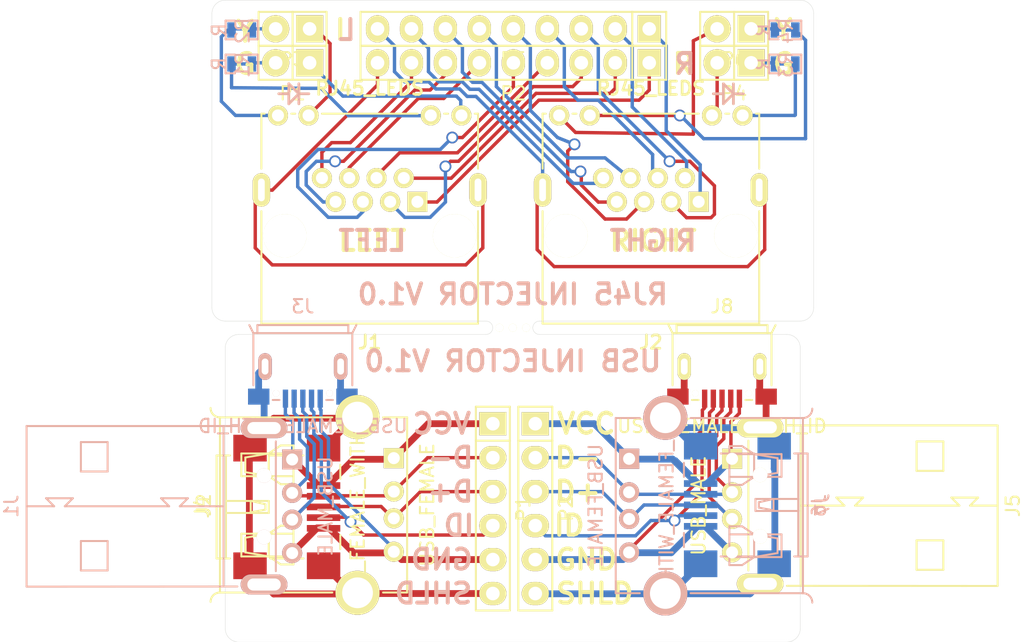
<source format=kicad_pcb>
(kicad_pcb (version 4) (host pcbnew "(2015-01-08 BZR 5360)-product")

  (general
    (links 101)
    (no_connects 5)
    (area 42.813857 56.721 120.086143 87.079)
    (thickness 1.6)
    (drawings 68)
    (tracks 383)
    (zones 0)
    (modules 23)
    (nets 34)
  )

  (page A4)
  (layers
    (0 F.Cu signal)
    (31 B.Cu signal)
    (32 B.Adhes user)
    (33 F.Adhes user)
    (34 B.Paste user)
    (35 F.Paste user)
    (36 B.SilkS user)
    (37 F.SilkS user)
    (38 B.Mask user)
    (39 F.Mask user)
    (40 Dwgs.User user)
    (41 Cmts.User user)
    (42 Eco1.User user)
    (43 Eco2.User user)
    (44 Edge.Cuts user)
    (45 Margin user)
    (46 B.CrtYd user)
    (47 F.CrtYd user)
    (48 B.Fab user)
    (49 F.Fab user)
  )

  (setup
    (last_trace_width 0.254)
    (user_trace_width 0.508)
    (user_trace_width 0.508)
    (trace_clearance 0.254)
    (zone_clearance 0.508)
    (zone_45_only no)
    (trace_min 0.254)
    (segment_width 0.001)
    (edge_width 0.0254)
    (via_size 0.889)
    (via_drill 0.635)
    (via_min_size 0.889)
    (via_min_drill 0.508)
    (uvia_size 0.508)
    (uvia_drill 0.127)
    (uvias_allowed no)
    (uvia_min_size 0.508)
    (uvia_min_drill 0.127)
    (pcb_text_width 0.3)
    (pcb_text_size 1.5 1.5)
    (mod_edge_width 0.15)
    (mod_text_size 1 1)
    (mod_text_width 0.15)
    (pad_size 1.6 1.2)
    (pad_drill 0)
    (pad_to_mask_clearance 0)
    (aux_axis_origin 0 0)
    (visible_elements FFFCFF7F)
    (pcbplotparams
      (layerselection 0x00030_80000001)
      (usegerberextensions false)
      (excludeedgelayer true)
      (linewidth 0.100000)
      (plotframeref false)
      (viasonmask false)
      (mode 1)
      (useauxorigin false)
      (hpglpennumber 1)
      (hpglpenspeed 20)
      (hpglpendiameter 15)
      (hpglpenoverlay 2)
      (psnegative false)
      (psa4output false)
      (plotreference true)
      (plotvalue true)
      (plotinvisibletext false)
      (padsonsilk false)
      (subtractmaskfromsilk false)
      (outputformat 1)
      (mirror false)
      (drillshape 1)
      (scaleselection 1)
      (outputdirectory ""))
  )

  (net 0 "")
  (net 1 "Net-(J1-Pad1)")
  (net 2 "Net-(J1-Pad3)")
  (net 3 "Net-(J1-Pad2)")
  (net 4 "Net-(J1-Pad4)")
  (net 5 "Net-(J1-Pad5)")
  (net 6 "Net-(J1-Pad6)")
  (net 7 "Net-(J1-Pad7)")
  (net 8 "Net-(J1-Pad8)")
  (net 9 "Net-(J1-PadGA)")
  (net 10 "Net-(J1-PadGK)")
  (net 11 "Net-(J1-PadYA)")
  (net 12 "Net-(J1-PadYK)")
  (net 13 "Net-(J2-Pad1)")
  (net 14 "Net-(J2-Pad3)")
  (net 15 "Net-(J2-Pad2)")
  (net 16 "Net-(J2-Pad4)")
  (net 17 "Net-(J2-Pad5)")
  (net 18 "Net-(J2-Pad6)")
  (net 19 "Net-(J2-Pad7)")
  (net 20 "Net-(J2-Pad8)")
  (net 21 "Net-(J2-PadGA)")
  (net 22 "Net-(J2-PadGK)")
  (net 23 "Net-(J2-PadYA)")
  (net 24 "Net-(J2-PadYK)")
  (net 25 "Net-(J1-Pad13)")
  (net 26 "Net-(J2-Pad13)")
  (net 27 "Net-(J3-Pad4)")
  (net 28 "Net-(J5-Pad1)")
  (net 29 "Net-(J5-Pad2)")
  (net 30 "Net-(J5-Pad3)")
  (net 31 "Net-(J5-Pad4)")
  (net 32 "Net-(J5-Pad5)")
  (net 33 "Net-(J7-Pad4)")

  (net_class Default "This is the default net class."
    (clearance 0.254)
    (trace_width 0.254)
    (via_dia 0.889)
    (via_drill 0.635)
    (uvia_dia 0.508)
    (uvia_drill 0.127)
    (add_net "Net-(J1-Pad1)")
    (add_net "Net-(J1-Pad13)")
    (add_net "Net-(J1-Pad2)")
    (add_net "Net-(J1-Pad3)")
    (add_net "Net-(J1-Pad4)")
    (add_net "Net-(J1-Pad5)")
    (add_net "Net-(J1-Pad6)")
    (add_net "Net-(J1-Pad7)")
    (add_net "Net-(J1-Pad8)")
    (add_net "Net-(J1-PadGA)")
    (add_net "Net-(J1-PadGK)")
    (add_net "Net-(J1-PadYA)")
    (add_net "Net-(J1-PadYK)")
    (add_net "Net-(J2-Pad1)")
    (add_net "Net-(J2-Pad13)")
    (add_net "Net-(J2-Pad2)")
    (add_net "Net-(J2-Pad3)")
    (add_net "Net-(J2-Pad4)")
    (add_net "Net-(J2-Pad5)")
    (add_net "Net-(J2-Pad6)")
    (add_net "Net-(J2-Pad7)")
    (add_net "Net-(J2-Pad8)")
    (add_net "Net-(J2-PadGA)")
    (add_net "Net-(J2-PadGK)")
    (add_net "Net-(J2-PadYA)")
    (add_net "Net-(J2-PadYK)")
    (add_net "Net-(J3-Pad4)")
    (add_net "Net-(J5-Pad1)")
    (add_net "Net-(J5-Pad2)")
    (add_net "Net-(J5-Pad3)")
    (add_net "Net-(J5-Pad4)")
    (add_net "Net-(J5-Pad5)")
    (add_net "Net-(J7-Pad4)")
  )

  (module Misc:Mouse_Bites_3_1mm (layer F.Cu) (tedit 54B1EE62) (tstamp 54B2289C)
    (at 81.5 84.5)
    (fp_text reference Mouse_Bites_3_1mm (at 0 -1.8) (layer F.SilkS) hide
      (effects (font (size 1 1) (thickness 0.15)))
    )
    (fp_text value VAL** (at 0 1.55) (layer F.SilkS) hide
      (effects (font (size 1 1) (thickness 0.15)))
    )
    (fp_arc (start -1 0) (end -1 -0.5) (angle 180) (layer Edge.Cuts) (width 0.0254))
    (fp_arc (start 3 0) (end 3 0.5) (angle 180) (layer Edge.Cuts) (width 0.0254))
    (pad "" np_thru_hole circle (at 1 0) (size 0.6 0.6) (drill 0.6) (layers *.Cu *.Mask F.SilkS)
      (clearance 0.2))
    (pad "" np_thru_hole circle (at 2 0) (size 0.6 0.6) (drill 0.6) (layers *.Cu *.Mask F.SilkS)
      (clearance 0.2))
    (pad "" np_thru_hole circle (at 0 0) (size 0.6 0.6) (drill 0.6) (layers *.Cu *.Mask F.SilkS)
      (clearance 0.2))
  )

  (module Pin_Headers:Pin_Header_Straight_1x02 (layer F.Cu) (tedit 54AF6012) (tstamp 54B35A69)
    (at 66.035 62.145 180)
    (descr "Through hole pin header")
    (tags "pin header")
    (path /54A07FEC)
    (fp_text reference P3 (at 0 -2.286 180) (layer F.SilkS)
      (effects (font (size 1 1) (thickness 0.15)))
    )
    (fp_text value CONN_2 (at 0 0 180) (layer F.SilkS) hide
      (effects (font (size 1 1) (thickness 0.15)))
    )
    (fp_line (start 0 -1.27) (end 0 1.27) (layer F.SilkS) (width 0.15))
    (fp_line (start -2.54 -1.27) (end -2.54 1.27) (layer F.SilkS) (width 0.15))
    (fp_line (start -2.54 1.27) (end 0 1.27) (layer F.SilkS) (width 0.15))
    (fp_line (start 0 1.27) (end 2.54 1.27) (layer F.SilkS) (width 0.15))
    (fp_line (start 2.54 1.27) (end 2.54 -1.27) (layer F.SilkS) (width 0.15))
    (fp_line (start 2.54 -1.27) (end -2.54 -1.27) (layer F.SilkS) (width 0.15))
    (pad 1 thru_hole rect (at -1.27 0 180) (size 2.032 2.032) (drill 1.016) (layers *.Cu *.Mask F.SilkS)
      (net 12 "Net-(J1-PadYK)"))
    (pad 2 thru_hole oval (at 1.27 0 180) (size 2.032 2.032) (drill 1.016) (layers *.Cu *.Mask F.SilkS)
      (net 11 "Net-(J1-PadYA)"))
    (model Pin_Headers/Pin_Header_Straight_1x02.wrl
      (at (xyz 0 0 0))
      (scale (xyz 1 1 1))
      (rotate (xyz 0 0 0))
    )
  )

  (module Pin_Headers:Pin_Header_Straight_1x02 (layer F.Cu) (tedit 54AF6012) (tstamp 54B01781)
    (at 66.035 64.685 180)
    (descr "Through hole pin header")
    (tags "pin header")
    (path /54A07FA0)
    (fp_text reference P1 (at 0 -2.286 180) (layer F.SilkS)
      (effects (font (size 1 1) (thickness 0.15)))
    )
    (fp_text value CONN_2 (at 0 0 180) (layer F.SilkS) hide
      (effects (font (size 1 1) (thickness 0.15)))
    )
    (fp_line (start 0 -1.27) (end 0 1.27) (layer F.SilkS) (width 0.15))
    (fp_line (start -2.54 -1.27) (end -2.54 1.27) (layer F.SilkS) (width 0.15))
    (fp_line (start -2.54 1.27) (end 0 1.27) (layer F.SilkS) (width 0.15))
    (fp_line (start 0 1.27) (end 2.54 1.27) (layer F.SilkS) (width 0.15))
    (fp_line (start 2.54 1.27) (end 2.54 -1.27) (layer F.SilkS) (width 0.15))
    (fp_line (start 2.54 -1.27) (end -2.54 -1.27) (layer F.SilkS) (width 0.15))
    (pad 1 thru_hole rect (at -1.27 0 180) (size 2.032 2.032) (drill 1.016) (layers *.Cu *.Mask F.SilkS)
      (net 10 "Net-(J1-PadGK)"))
    (pad 2 thru_hole oval (at 1.27 0 180) (size 2.032 2.032) (drill 1.016) (layers *.Cu *.Mask F.SilkS)
      (net 9 "Net-(J1-PadGA)"))
    (model Pin_Headers/Pin_Header_Straight_1x02.wrl
      (at (xyz 0 0 0))
      (scale (xyz 1 1 1))
      (rotate (xyz 0 0 0))
    )
  )

  (module Pin_Headers:Pin_Header_Straight_1x09 (layer F.Cu) (tedit 54AF6012) (tstamp 54B01795)
    (at 82.545 64.685 180)
    (descr "Through hole pin header")
    (tags "pin header")
    (path /54A07E0E)
    (fp_text reference P2 (at 0 -2.286 180) (layer F.SilkS)
      (effects (font (size 1 1) (thickness 0.15)))
    )
    (fp_text value CONN_9 (at 0 0 180) (layer F.SilkS) hide
      (effects (font (size 1 1) (thickness 0.15)))
    )
    (fp_line (start -8.89 -1.27) (end 11.43 -1.27) (layer F.SilkS) (width 0.15))
    (fp_line (start 11.43 -1.27) (end 11.43 1.27) (layer F.SilkS) (width 0.15))
    (fp_line (start 11.43 1.27) (end -8.89 1.27) (layer F.SilkS) (width 0.15))
    (fp_line (start -11.43 -1.27) (end -8.89 -1.27) (layer F.SilkS) (width 0.15))
    (fp_line (start -8.89 -1.27) (end -8.89 1.27) (layer F.SilkS) (width 0.15))
    (fp_line (start -11.43 -1.27) (end -11.43 1.27) (layer F.SilkS) (width 0.15))
    (fp_line (start -11.43 1.27) (end -8.89 1.27) (layer F.SilkS) (width 0.15))
    (pad 1 thru_hole rect (at -10.16 0 180) (size 1.7272 2.032) (drill 1.016) (layers *.Cu *.Mask F.SilkS)
      (net 1 "Net-(J1-Pad1)"))
    (pad 2 thru_hole oval (at -7.62 0 180) (size 1.7272 2.032) (drill 1.016) (layers *.Cu *.Mask F.SilkS)
      (net 3 "Net-(J1-Pad2)"))
    (pad 3 thru_hole oval (at -5.08 0 180) (size 1.7272 2.032) (drill 1.016) (layers *.Cu *.Mask F.SilkS)
      (net 2 "Net-(J1-Pad3)"))
    (pad 4 thru_hole oval (at -2.54 0 180) (size 1.7272 2.032) (drill 1.016) (layers *.Cu *.Mask F.SilkS)
      (net 4 "Net-(J1-Pad4)"))
    (pad 5 thru_hole oval (at 0 0 180) (size 1.7272 2.032) (drill 1.016) (layers *.Cu *.Mask F.SilkS)
      (net 5 "Net-(J1-Pad5)"))
    (pad 6 thru_hole oval (at 2.54 0 180) (size 1.7272 2.032) (drill 1.016) (layers *.Cu *.Mask F.SilkS)
      (net 6 "Net-(J1-Pad6)"))
    (pad 7 thru_hole oval (at 5.08 0 180) (size 1.7272 2.032) (drill 1.016) (layers *.Cu *.Mask F.SilkS)
      (net 7 "Net-(J1-Pad7)"))
    (pad 8 thru_hole oval (at 7.62 0 180) (size 1.7272 2.032) (drill 1.016) (layers *.Cu *.Mask F.SilkS)
      (net 8 "Net-(J1-Pad8)"))
    (pad 9 thru_hole oval (at 10.16 0 180) (size 1.7272 2.032) (drill 1.016) (layers *.Cu *.Mask F.SilkS)
      (net 25 "Net-(J1-Pad13)"))
    (model Pin_Headers/Pin_Header_Straight_1x09.wrl
      (at (xyz 0 0 0))
      (scale (xyz 1 1 1))
      (rotate (xyz 0 0 0))
    )
  )

  (module Pin_Headers:Pin_Header_Straight_1x02 (layer F.Cu) (tedit 54AF6012) (tstamp 54B017A1)
    (at 99.055 64.685 180)
    (descr "Through hole pin header")
    (tags "pin header")
    (path /54A07FFB)
    (fp_text reference P4 (at 0 -2.286 180) (layer F.SilkS)
      (effects (font (size 1 1) (thickness 0.15)))
    )
    (fp_text value CONN_2 (at 0 0 180) (layer F.SilkS) hide
      (effects (font (size 1 1) (thickness 0.15)))
    )
    (fp_line (start 0 -1.27) (end 0 1.27) (layer F.SilkS) (width 0.15))
    (fp_line (start -2.54 -1.27) (end -2.54 1.27) (layer F.SilkS) (width 0.15))
    (fp_line (start -2.54 1.27) (end 0 1.27) (layer F.SilkS) (width 0.15))
    (fp_line (start 0 1.27) (end 2.54 1.27) (layer F.SilkS) (width 0.15))
    (fp_line (start 2.54 1.27) (end 2.54 -1.27) (layer F.SilkS) (width 0.15))
    (fp_line (start 2.54 -1.27) (end -2.54 -1.27) (layer F.SilkS) (width 0.15))
    (pad 1 thru_hole rect (at -1.27 0 180) (size 2.032 2.032) (drill 1.016) (layers *.Cu *.Mask F.SilkS)
      (net 22 "Net-(J2-PadGK)"))
    (pad 2 thru_hole oval (at 1.27 0 180) (size 2.032 2.032) (drill 1.016) (layers *.Cu *.Mask F.SilkS)
      (net 21 "Net-(J2-PadGA)"))
    (model Pin_Headers/Pin_Header_Straight_1x02.wrl
      (at (xyz 0 0 0))
      (scale (xyz 1 1 1))
      (rotate (xyz 0 0 0))
    )
  )

  (module Pin_Headers:Pin_Header_Straight_1x09 (layer F.Cu) (tedit 54AF6012) (tstamp 54B017B5)
    (at 82.545 62.145 180)
    (descr "Through hole pin header")
    (tags "pin header")
    (path /54A07E1D)
    (fp_text reference P5 (at 0 -2.286 180) (layer F.SilkS)
      (effects (font (size 1 1) (thickness 0.15)))
    )
    (fp_text value CONN_9 (at 0 0 180) (layer F.SilkS) hide
      (effects (font (size 1 1) (thickness 0.15)))
    )
    (fp_line (start -8.89 -1.27) (end 11.43 -1.27) (layer F.SilkS) (width 0.15))
    (fp_line (start 11.43 -1.27) (end 11.43 1.27) (layer F.SilkS) (width 0.15))
    (fp_line (start 11.43 1.27) (end -8.89 1.27) (layer F.SilkS) (width 0.15))
    (fp_line (start -11.43 -1.27) (end -8.89 -1.27) (layer F.SilkS) (width 0.15))
    (fp_line (start -8.89 -1.27) (end -8.89 1.27) (layer F.SilkS) (width 0.15))
    (fp_line (start -11.43 -1.27) (end -11.43 1.27) (layer F.SilkS) (width 0.15))
    (fp_line (start -11.43 1.27) (end -8.89 1.27) (layer F.SilkS) (width 0.15))
    (pad 1 thru_hole rect (at -10.16 0 180) (size 1.7272 2.032) (drill 1.016) (layers *.Cu *.Mask F.SilkS)
      (net 13 "Net-(J2-Pad1)"))
    (pad 2 thru_hole oval (at -7.62 0 180) (size 1.7272 2.032) (drill 1.016) (layers *.Cu *.Mask F.SilkS)
      (net 15 "Net-(J2-Pad2)"))
    (pad 3 thru_hole oval (at -5.08 0 180) (size 1.7272 2.032) (drill 1.016) (layers *.Cu *.Mask F.SilkS)
      (net 14 "Net-(J2-Pad3)"))
    (pad 4 thru_hole oval (at -2.54 0 180) (size 1.7272 2.032) (drill 1.016) (layers *.Cu *.Mask F.SilkS)
      (net 16 "Net-(J2-Pad4)"))
    (pad 5 thru_hole oval (at 0 0 180) (size 1.7272 2.032) (drill 1.016) (layers *.Cu *.Mask F.SilkS)
      (net 17 "Net-(J2-Pad5)"))
    (pad 6 thru_hole oval (at 2.54 0 180) (size 1.7272 2.032) (drill 1.016) (layers *.Cu *.Mask F.SilkS)
      (net 18 "Net-(J2-Pad6)"))
    (pad 7 thru_hole oval (at 5.08 0 180) (size 1.7272 2.032) (drill 1.016) (layers *.Cu *.Mask F.SilkS)
      (net 19 "Net-(J2-Pad7)"))
    (pad 8 thru_hole oval (at 7.62 0 180) (size 1.7272 2.032) (drill 1.016) (layers *.Cu *.Mask F.SilkS)
      (net 20 "Net-(J2-Pad8)"))
    (pad 9 thru_hole oval (at 10.16 0 180) (size 1.7272 2.032) (drill 1.016) (layers *.Cu *.Mask F.SilkS)
      (net 26 "Net-(J2-Pad13)"))
    (model Pin_Headers/Pin_Header_Straight_1x09.wrl
      (at (xyz 0 0 0))
      (scale (xyz 1 1 1))
      (rotate (xyz 0 0 0))
    )
  )

  (module Pin_Headers:Pin_Header_Straight_1x02 (layer F.Cu) (tedit 54AF6012) (tstamp 54B017C1)
    (at 99.055 62.145 180)
    (descr "Through hole pin header")
    (tags "pin header")
    (path /54A0800A)
    (fp_text reference P6 (at 0 -2.286 180) (layer F.SilkS)
      (effects (font (size 1 1) (thickness 0.15)))
    )
    (fp_text value CONN_2 (at 0 0 180) (layer F.SilkS) hide
      (effects (font (size 1 1) (thickness 0.15)))
    )
    (fp_line (start 0 -1.27) (end 0 1.27) (layer F.SilkS) (width 0.15))
    (fp_line (start -2.54 -1.27) (end -2.54 1.27) (layer F.SilkS) (width 0.15))
    (fp_line (start -2.54 1.27) (end 0 1.27) (layer F.SilkS) (width 0.15))
    (fp_line (start 0 1.27) (end 2.54 1.27) (layer F.SilkS) (width 0.15))
    (fp_line (start 2.54 1.27) (end 2.54 -1.27) (layer F.SilkS) (width 0.15))
    (fp_line (start 2.54 -1.27) (end -2.54 -1.27) (layer F.SilkS) (width 0.15))
    (pad 1 thru_hole rect (at -1.27 0 180) (size 2.032 2.032) (drill 1.016) (layers *.Cu *.Mask F.SilkS)
      (net 24 "Net-(J2-PadYK)"))
    (pad 2 thru_hole oval (at 1.27 0 180) (size 2.032 2.032) (drill 1.016) (layers *.Cu *.Mask F.SilkS)
      (net 23 "Net-(J2-PadYA)"))
    (model Pin_Headers/Pin_Header_Straight_1x02.wrl
      (at (xyz 0 0 0))
      (scale (xyz 1 1 1))
      (rotate (xyz 0 0 0))
    )
  )

  (module SMD_Packages:SMD-0603_r (layer B.Cu) (tedit 54B09A14) (tstamp 54B359B3)
    (at 62.23 64.77)
    (path /54B0A2CA)
    (attr smd)
    (fp_text reference R1 (at 0.0635 0.0635 270) (layer B.SilkS)
      (effects (font (size 1 1) (thickness 0.15)) (justify mirror))
    )
    (fp_text value R (at -1.69926 0 270) (layer B.SilkS)
      (effects (font (size 1 1) (thickness 0.15)) (justify mirror))
    )
    (fp_line (start -0.50038 0.6985) (end -1.2065 0.6985) (layer B.SilkS) (width 0.15))
    (fp_line (start -1.2065 0.6985) (end -1.2065 -0.6985) (layer B.SilkS) (width 0.15))
    (fp_line (start -1.2065 -0.6985) (end -0.50038 -0.6985) (layer B.SilkS) (width 0.15))
    (fp_line (start 1.2065 0.6985) (end 0.50038 0.6985) (layer B.SilkS) (width 0.15))
    (fp_line (start 1.2065 0.6985) (end 1.2065 -0.6985) (layer B.SilkS) (width 0.15))
    (fp_line (start 1.2065 -0.6985) (end 0.50038 -0.6985) (layer B.SilkS) (width 0.15))
    (pad 1 smd rect (at -0.762 0) (size 0.635 1.143) (layers B.Cu B.Paste B.Mask)
      (net 9 "Net-(J1-PadGA)"))
    (pad 2 smd rect (at 0.762 0) (size 0.635 1.143) (layers B.Cu B.Paste B.Mask)
      (net 9 "Net-(J1-PadGA)"))
    (model SMD_Packages/SMD-0603_r.wrl
      (at (xyz 0 0 0.001))
      (scale (xyz 0.5 0.5 0.5))
      (rotate (xyz 0 0 0))
    )
  )

  (module SMD_Packages:SMD-0603_r (layer B.Cu) (tedit 54B09A14) (tstamp 54B359BF)
    (at 62.23 62.23)
    (path /54B0A2A2)
    (attr smd)
    (fp_text reference R2 (at 0.0635 0.0635 270) (layer B.SilkS)
      (effects (font (size 1 1) (thickness 0.15)) (justify mirror))
    )
    (fp_text value R (at -1.69926 0 270) (layer B.SilkS)
      (effects (font (size 1 1) (thickness 0.15)) (justify mirror))
    )
    (fp_line (start -0.50038 0.6985) (end -1.2065 0.6985) (layer B.SilkS) (width 0.15))
    (fp_line (start -1.2065 0.6985) (end -1.2065 -0.6985) (layer B.SilkS) (width 0.15))
    (fp_line (start -1.2065 -0.6985) (end -0.50038 -0.6985) (layer B.SilkS) (width 0.15))
    (fp_line (start 1.2065 0.6985) (end 0.50038 0.6985) (layer B.SilkS) (width 0.15))
    (fp_line (start 1.2065 0.6985) (end 1.2065 -0.6985) (layer B.SilkS) (width 0.15))
    (fp_line (start 1.2065 -0.6985) (end 0.50038 -0.6985) (layer B.SilkS) (width 0.15))
    (pad 1 smd rect (at -0.762 0) (size 0.635 1.143) (layers B.Cu B.Paste B.Mask)
      (net 11 "Net-(J1-PadYA)"))
    (pad 2 smd rect (at 0.762 0) (size 0.635 1.143) (layers B.Cu B.Paste B.Mask)
      (net 11 "Net-(J1-PadYA)"))
    (model SMD_Packages/SMD-0603_r.wrl
      (at (xyz 0 0 0.001))
      (scale (xyz 0.5 0.5 0.5))
      (rotate (xyz 0 0 0))
    )
  )

  (module SMD_Packages:SMD-0603_r (layer B.Cu) (tedit 54B09A14) (tstamp 54B359CB)
    (at 102.87 64.77)
    (path /54B0A24D)
    (attr smd)
    (fp_text reference R3 (at 0.0635 0.0635 270) (layer B.SilkS)
      (effects (font (size 1 1) (thickness 0.15)) (justify mirror))
    )
    (fp_text value R (at -1.69926 0 270) (layer B.SilkS)
      (effects (font (size 1 1) (thickness 0.15)) (justify mirror))
    )
    (fp_line (start -0.50038 0.6985) (end -1.2065 0.6985) (layer B.SilkS) (width 0.15))
    (fp_line (start -1.2065 0.6985) (end -1.2065 -0.6985) (layer B.SilkS) (width 0.15))
    (fp_line (start -1.2065 -0.6985) (end -0.50038 -0.6985) (layer B.SilkS) (width 0.15))
    (fp_line (start 1.2065 0.6985) (end 0.50038 0.6985) (layer B.SilkS) (width 0.15))
    (fp_line (start 1.2065 0.6985) (end 1.2065 -0.6985) (layer B.SilkS) (width 0.15))
    (fp_line (start 1.2065 -0.6985) (end 0.50038 -0.6985) (layer B.SilkS) (width 0.15))
    (pad 1 smd rect (at -0.762 0) (size 0.635 1.143) (layers B.Cu B.Paste B.Mask)
      (net 22 "Net-(J2-PadGK)"))
    (pad 2 smd rect (at 0.762 0) (size 0.635 1.143) (layers B.Cu B.Paste B.Mask)
      (net 22 "Net-(J2-PadGK)"))
    (model SMD_Packages/SMD-0603_r.wrl
      (at (xyz 0 0 0.001))
      (scale (xyz 0.5 0.5 0.5))
      (rotate (xyz 0 0 0))
    )
  )

  (module SMD_Packages:SMD-0603_r (layer B.Cu) (tedit 54B09A14) (tstamp 54B359D7)
    (at 102.87 62.23)
    (path /54B0A219)
    (attr smd)
    (fp_text reference R4 (at 0.0635 0.0635 270) (layer B.SilkS)
      (effects (font (size 1 1) (thickness 0.15)) (justify mirror))
    )
    (fp_text value R (at -1.69926 0 270) (layer B.SilkS)
      (effects (font (size 1 1) (thickness 0.15)) (justify mirror))
    )
    (fp_line (start -0.50038 0.6985) (end -1.2065 0.6985) (layer B.SilkS) (width 0.15))
    (fp_line (start -1.2065 0.6985) (end -1.2065 -0.6985) (layer B.SilkS) (width 0.15))
    (fp_line (start -1.2065 -0.6985) (end -0.50038 -0.6985) (layer B.SilkS) (width 0.15))
    (fp_line (start 1.2065 0.6985) (end 0.50038 0.6985) (layer B.SilkS) (width 0.15))
    (fp_line (start 1.2065 0.6985) (end 1.2065 -0.6985) (layer B.SilkS) (width 0.15))
    (fp_line (start 1.2065 -0.6985) (end 0.50038 -0.6985) (layer B.SilkS) (width 0.15))
    (pad 1 smd rect (at -0.762 0) (size 0.635 1.143) (layers B.Cu B.Paste B.Mask)
      (net 24 "Net-(J2-PadYK)"))
    (pad 2 smd rect (at 0.762 0) (size 0.635 1.143) (layers B.Cu B.Paste B.Mask)
      (net 24 "Net-(J2-PadYK)"))
    (model SMD_Packages/SMD-0603_r.wrl
      (at (xyz 0 0 0.001))
      (scale (xyz 0.5 0.5 0.5))
      (rotate (xyz 0 0 0))
    )
  )

  (module Connectors:RJ45_LEDs (layer F.Cu) (tedit 54B1DC7D) (tstamp 54B0186A)
    (at 96.4 75.08 180)
    (tags RJ45)
    (path /54AF6193)
    (fp_text reference J2 (at 3.57 -10.5 360) (layer F.SilkS)
      (effects (font (size 1 1) (thickness 0.2032)))
    )
    (fp_text value RJ45_LEDS (at 3.57 8.48 360) (layer F.SilkS)
      (effects (font (size 1.00076 1.00076) (thickness 0.2032)))
    )
    (fp_line (start -4.29 6.59) (end -4.53 6.59) (layer F.SilkS) (width 0.15))
    (fp_line (start -2 6.59) (end -2.29 6.59) (layer F.SilkS) (width 0.15))
    (fp_line (start 7.14 6.59) (end -0.01 6.59) (layer F.SilkS) (width 0.15))
    (fp_line (start 11.43 6.59) (end 11.67 6.59) (layer F.SilkS) (width 0.15))
    (fp_line (start 9.43 6.59) (end 9.14 6.59) (layer F.SilkS) (width 0.15))
    (fp_line (start -4.53 2.48) (end -4.53 6.59) (layer F.SilkS) (width 0.15))
    (fp_line (start 11.67 6.59) (end 11.67 2.48) (layer F.SilkS) (width 0.15))
    (fp_line (start 11.67 -0.7) (end 11.67 -9.11) (layer F.SilkS) (width 0.15))
    (fp_line (start 11.67 -9.11) (end -4.53 -9.11) (layer F.SilkS) (width 0.15))
    (fp_line (start -4.53 -9.11) (end -4.53 -0.7) (layer F.SilkS) (width 0.15))
    (pad 1 thru_hole rect (at 0 0) (size 1.5 1.5) (drill 0.9) (layers *.Cu *.Mask F.SilkS)
      (net 13 "Net-(J2-Pad1)"))
    (pad 2 thru_hole circle (at 1.02 1.78) (size 1.5 1.5) (drill 0.9) (layers *.Cu *.Mask F.SilkS)
      (net 15 "Net-(J2-Pad2)"))
    (pad 3 thru_hole circle (at 2.04 0) (size 1.5 1.5) (drill 0.9) (layers *.Cu *.Mask F.SilkS)
      (net 14 "Net-(J2-Pad3)"))
    (pad 4 thru_hole circle (at 3.06 1.78) (size 1.5 1.5) (drill 0.9) (layers *.Cu *.Mask F.SilkS)
      (net 16 "Net-(J2-Pad4)"))
    (pad 5 thru_hole circle (at 4.08 0) (size 1.5 1.5) (drill 0.9) (layers *.Cu *.Mask F.SilkS)
      (net 17 "Net-(J2-Pad5)"))
    (pad 6 thru_hole circle (at 5.1 1.78) (size 1.5 1.5) (drill 0.9) (layers *.Cu *.Mask F.SilkS)
      (net 18 "Net-(J2-Pad6)"))
    (pad 7 thru_hole circle (at 6.12 0) (size 1.5 1.5) (drill 0.9) (layers *.Cu *.Mask F.SilkS)
      (net 19 "Net-(J2-Pad7)"))
    (pad 8 thru_hole circle (at 7.14 1.78) (size 1.5 1.5) (drill 0.9) (layers *.Cu *.Mask F.SilkS)
      (net 20 "Net-(J2-Pad8)"))
    (pad 13 thru_hole oval (at -4.53 0.89) (size 1.3 2.5) (drill oval 0.5 1.7) (layers *.Cu *.Mask F.SilkS)
      (net 26 "Net-(J2-Pad13)"))
    (pad 13 thru_hole oval (at 11.67 0.89) (size 1.3 2.5) (drill oval 0.5 1.7) (layers *.Cu *.Mask F.SilkS)
      (net 26 "Net-(J2-Pad13)"))
    (pad GA thru_hole circle (at -1 6.46) (size 1.5 1.5) (drill 0.9) (layers *.Cu *.Mask F.SilkS)
      (net 21 "Net-(J2-PadGA)"))
    (pad "" np_thru_hole circle (at -2.78 -2.54) (size 3.25 3.25) (drill 3.25) (layers *.Cu *.Mask F.SilkS))
    (pad "" np_thru_hole circle (at 9.92 -2.54) (size 3.25 3.25) (drill 3.25) (layers *.Cu *.Mask F.SilkS))
    (pad GK thru_hole circle (at -3.29 6.46) (size 1.5 1.5) (drill 0.9) (layers *.Cu *.Mask F.SilkS)
      (net 22 "Net-(J2-PadGK)"))
    (pad YA thru_hole circle (at 10.43 6.46) (size 1.5 1.5) (drill 0.9) (layers *.Cu *.Mask F.SilkS)
      (net 23 "Net-(J2-PadYA)"))
    (pad YK thru_hole circle (at 8.14 6.46) (size 1.5 1.5) (drill 0.9) (layers *.Cu *.Mask F.SilkS)
      (net 24 "Net-(J2-PadYK)"))
  )

  (module Connectors:RJ45_LEDs (layer F.Cu) (tedit 54B1DC7D) (tstamp 54B167F9)
    (at 75.37 75.08 180)
    (tags RJ45)
    (path /54AF6093)
    (fp_text reference J1 (at 3.57 -10.5 360) (layer F.SilkS)
      (effects (font (size 1 1) (thickness 0.2032)))
    )
    (fp_text value RJ45_LEDS (at 3.57 8.48 360) (layer F.SilkS)
      (effects (font (size 1.00076 1.00076) (thickness 0.2032)))
    )
    (fp_line (start -4.29 6.59) (end -4.53 6.59) (layer F.SilkS) (width 0.15))
    (fp_line (start -2 6.59) (end -2.29 6.59) (layer F.SilkS) (width 0.15))
    (fp_line (start 7.14 6.59) (end -0.01 6.59) (layer F.SilkS) (width 0.15))
    (fp_line (start 11.43 6.59) (end 11.67 6.59) (layer F.SilkS) (width 0.15))
    (fp_line (start 9.43 6.59) (end 9.14 6.59) (layer F.SilkS) (width 0.15))
    (fp_line (start -4.53 2.48) (end -4.53 6.59) (layer F.SilkS) (width 0.15))
    (fp_line (start 11.67 6.59) (end 11.67 2.48) (layer F.SilkS) (width 0.15))
    (fp_line (start 11.67 -0.7) (end 11.67 -9.11) (layer F.SilkS) (width 0.15))
    (fp_line (start 11.67 -9.11) (end -4.53 -9.11) (layer F.SilkS) (width 0.15))
    (fp_line (start -4.53 -9.11) (end -4.53 -0.7) (layer F.SilkS) (width 0.15))
    (pad 1 thru_hole rect (at 0 0) (size 1.5 1.5) (drill 0.9) (layers *.Cu *.Mask F.SilkS)
      (net 1 "Net-(J1-Pad1)"))
    (pad 2 thru_hole circle (at 1.02 1.78) (size 1.5 1.5) (drill 0.9) (layers *.Cu *.Mask F.SilkS)
      (net 3 "Net-(J1-Pad2)"))
    (pad 3 thru_hole circle (at 2.04 0) (size 1.5 1.5) (drill 0.9) (layers *.Cu *.Mask F.SilkS)
      (net 2 "Net-(J1-Pad3)"))
    (pad 4 thru_hole circle (at 3.06 1.78) (size 1.5 1.5) (drill 0.9) (layers *.Cu *.Mask F.SilkS)
      (net 4 "Net-(J1-Pad4)"))
    (pad 5 thru_hole circle (at 4.08 0) (size 1.5 1.5) (drill 0.9) (layers *.Cu *.Mask F.SilkS)
      (net 5 "Net-(J1-Pad5)"))
    (pad 6 thru_hole circle (at 5.1 1.78) (size 1.5 1.5) (drill 0.9) (layers *.Cu *.Mask F.SilkS)
      (net 6 "Net-(J1-Pad6)"))
    (pad 7 thru_hole circle (at 6.12 0) (size 1.5 1.5) (drill 0.9) (layers *.Cu *.Mask F.SilkS)
      (net 7 "Net-(J1-Pad7)"))
    (pad 8 thru_hole circle (at 7.14 1.78) (size 1.5 1.5) (drill 0.9) (layers *.Cu *.Mask F.SilkS)
      (net 8 "Net-(J1-Pad8)"))
    (pad 13 thru_hole oval (at -4.53 0.89) (size 1.3 2.5) (drill oval 0.5 1.7) (layers *.Cu *.Mask F.SilkS)
      (net 25 "Net-(J1-Pad13)"))
    (pad 13 thru_hole oval (at 11.67 0.89) (size 1.3 2.5) (drill oval 0.5 1.7) (layers *.Cu *.Mask F.SilkS)
      (net 25 "Net-(J1-Pad13)"))
    (pad GA thru_hole circle (at -1 6.46) (size 1.5 1.5) (drill 0.9) (layers *.Cu *.Mask F.SilkS)
      (net 9 "Net-(J1-PadGA)"))
    (pad "" np_thru_hole circle (at -2.78 -2.54) (size 3.25 3.25) (drill 3.25) (layers *.Cu *.Mask F.SilkS))
    (pad "" np_thru_hole circle (at 9.92 -2.54) (size 3.25 3.25) (drill 3.25) (layers *.Cu *.Mask F.SilkS))
    (pad GK thru_hole circle (at -3.29 6.46) (size 1.5 1.5) (drill 0.9) (layers *.Cu *.Mask F.SilkS)
      (net 10 "Net-(J1-PadGK)"))
    (pad YA thru_hole circle (at 10.43 6.46) (size 1.5 1.5) (drill 0.9) (layers *.Cu *.Mask F.SilkS)
      (net 11 "Net-(J1-PadYA)"))
    (pad YK thru_hole circle (at 8.14 6.46) (size 1.5 1.5) (drill 0.9) (layers *.Cu *.Mask F.SilkS)
      (net 12 "Net-(J1-PadYK)"))
  )

  (module Pin_Headers:Pin_Header_Straight_1x06 (layer F.Cu) (tedit 54AF403B) (tstamp 54B089F5)
    (at 81.01 98.025 270)
    (descr "Through hole pin header")
    (tags "pin header")
    (path /54AF3805)
    (fp_text reference P1 (at 0 -2.286 270) (layer F.SilkS)
      (effects (font (size 1 1) (thickness 0.15)))
    )
    (fp_text value CONN_6 (at 0 0 270) (layer F.SilkS) hide
      (effects (font (size 1 1) (thickness 0.15)))
    )
    (fp_line (start -5.08 -1.27) (end 7.62 -1.27) (layer F.SilkS) (width 0.15))
    (fp_line (start 7.62 -1.27) (end 7.62 1.27) (layer F.SilkS) (width 0.15))
    (fp_line (start 7.62 1.27) (end -5.08 1.27) (layer F.SilkS) (width 0.15))
    (fp_line (start -7.62 -1.27) (end -5.08 -1.27) (layer F.SilkS) (width 0.15))
    (fp_line (start -5.08 -1.27) (end -5.08 1.27) (layer F.SilkS) (width 0.15))
    (fp_line (start -7.62 -1.27) (end -7.62 1.27) (layer F.SilkS) (width 0.15))
    (fp_line (start -7.62 1.27) (end -5.08 1.27) (layer F.SilkS) (width 0.15))
    (pad 1 thru_hole rect (at -6.35 0 270) (size 1.7272 2.032) (drill 1.016) (layers *.Cu *.Mask F.SilkS)
      (net 1 "Net-(J1-Pad1)"))
    (pad 2 thru_hole oval (at -3.81 0 270) (size 1.7272 2.032) (drill 1.016) (layers *.Cu *.Mask F.SilkS)
      (net 3 "Net-(J1-Pad2)"))
    (pad 3 thru_hole oval (at -1.27 0 270) (size 1.7272 2.032) (drill 1.016) (layers *.Cu *.Mask F.SilkS)
      (net 2 "Net-(J1-Pad3)"))
    (pad 4 thru_hole oval (at 1.27 0 270) (size 1.7272 2.032) (drill 1.016) (layers *.Cu *.Mask F.SilkS)
      (net 27 "Net-(J3-Pad4)"))
    (pad 5 thru_hole oval (at 3.81 0 270) (size 1.7272 2.032) (drill 1.016) (layers *.Cu *.Mask F.SilkS)
      (net 4 "Net-(J1-Pad4)"))
    (pad 6 thru_hole oval (at 6.35 0 270) (size 1.7272 2.032) (drill 1.016) (layers *.Cu *.Mask F.SilkS)
      (net 5 "Net-(J1-Pad5)"))
    (model Pin_Headers/Pin_Header_Straight_1x06.wrl
      (at (xyz 0 0 0))
      (scale (xyz 1 1 1))
      (rotate (xyz 0 0 0))
    )
  )

  (module Pin_Headers:Pin_Header_Straight_1x06 (layer F.Cu) (tedit 54AF403B) (tstamp 54B084B9)
    (at 84.185 98.025 270)
    (descr "Through hole pin header")
    (tags "pin header")
    (path /54AF4005)
    (fp_text reference P2 (at 0 -2.286 270) (layer F.SilkS)
      (effects (font (size 1 1) (thickness 0.15)))
    )
    (fp_text value CONN_6 (at 0 0 270) (layer F.SilkS) hide
      (effects (font (size 1 1) (thickness 0.15)))
    )
    (fp_line (start -5.08 -1.27) (end 7.62 -1.27) (layer F.SilkS) (width 0.15))
    (fp_line (start 7.62 -1.27) (end 7.62 1.27) (layer F.SilkS) (width 0.15))
    (fp_line (start 7.62 1.27) (end -5.08 1.27) (layer F.SilkS) (width 0.15))
    (fp_line (start -7.62 -1.27) (end -5.08 -1.27) (layer F.SilkS) (width 0.15))
    (fp_line (start -5.08 -1.27) (end -5.08 1.27) (layer F.SilkS) (width 0.15))
    (fp_line (start -7.62 -1.27) (end -7.62 1.27) (layer F.SilkS) (width 0.15))
    (fp_line (start -7.62 1.27) (end -5.08 1.27) (layer F.SilkS) (width 0.15))
    (pad 1 thru_hole rect (at -6.35 0 270) (size 1.7272 2.032) (drill 1.016) (layers *.Cu *.Mask F.SilkS)
      (net 28 "Net-(J5-Pad1)"))
    (pad 2 thru_hole oval (at -3.81 0 270) (size 1.7272 2.032) (drill 1.016) (layers *.Cu *.Mask F.SilkS)
      (net 29 "Net-(J5-Pad2)"))
    (pad 3 thru_hole oval (at -1.27 0 270) (size 1.7272 2.032) (drill 1.016) (layers *.Cu *.Mask F.SilkS)
      (net 30 "Net-(J5-Pad3)"))
    (pad 4 thru_hole oval (at 1.27 0 270) (size 1.7272 2.032) (drill 1.016) (layers *.Cu *.Mask F.SilkS)
      (net 33 "Net-(J7-Pad4)"))
    (pad 5 thru_hole oval (at 3.81 0 270) (size 1.7272 2.032) (drill 1.016) (layers *.Cu *.Mask F.SilkS)
      (net 31 "Net-(J5-Pad4)"))
    (pad 6 thru_hole oval (at 6.35 0 270) (size 1.7272 2.032) (drill 1.016) (layers *.Cu *.Mask F.SilkS)
      (net 32 "Net-(J5-Pad5)"))
    (model Pin_Headers/Pin_Header_Straight_1x06.wrl
      (at (xyz 0 0 0))
      (scale (xyz 1 1 1))
      (rotate (xyz 0 0 0))
    )
  )

  (module Connectors:USB_A_Female (layer F.Cu) (tedit 54B0930B) (tstamp 54B083F1)
    (at 73.6 94.25 270)
    (path /54AF29FE)
    (fp_text reference J2 (at 3.5 14.2 450) (layer F.SilkS)
      (effects (font (size 1 1) (thickness 0.15)))
    )
    (fp_text value USB_FEMALE (at 3.5 -2.5 270) (layer F.SilkS)
      (effects (font (size 1 1) (thickness 0.15)))
    )
    (fp_line (start 10.05 4.6) (end 10.05 13) (layer F.SilkS) (width 0.15))
    (fp_line (start 10.05 -1) (end 10.05 0.8) (layer F.SilkS) (width 0.15))
    (fp_line (start -3.05 4.6) (end -3.05 13) (layer F.SilkS) (width 0.15))
    (fp_line (start -3.05 -1) (end -3.05 0.8) (layer F.SilkS) (width 0.15))
    (fp_line (start 7.35 11.4) (end 7.35 9.45) (layer F.SilkS) (width 0.15))
    (fp_line (start 5.65 11.4) (end 7.35 11.4) (layer F.SilkS) (width 0.15))
    (fp_line (start 5.65 9.4) (end 5.65 11.4) (layer F.SilkS) (width 0.15))
    (fp_line (start 5.65 9.4) (end 5.65 7.5) (layer F.SilkS) (width 0.15))
    (fp_line (start 7.35 9.45) (end 7.35 7.5) (layer F.SilkS) (width 0.15))
    (fp_line (start 7.95 8.45) (end 7.35 9.35) (layer F.SilkS) (width 0.15))
    (fp_line (start 7.95 7.5) (end 7.95 8.45) (layer F.SilkS) (width 0.15))
    (fp_line (start 5.05 8.45) (end 5.65 9.35) (layer F.SilkS) (width 0.15))
    (fp_line (start 5.05 7.5) (end 5.05 8.45) (layer F.SilkS) (width 0.15))
    (fp_line (start 7.95 7.5) (end 5.05 7.5) (layer F.SilkS) (width 0.15))
    (fp_line (start 5.65 9.35) (end 7.35 9.35) (layer F.SilkS) (width 0.15))
    (fp_line (start 5.95 11.1) (end 7.05 11.1) (layer F.SilkS) (width 0.15))
    (fp_line (start 7.05 11.1) (end 7.35 9.35) (layer F.SilkS) (width 0.15))
    (fp_line (start 5.95 11.1) (end 5.65 9.35) (layer F.SilkS) (width 0.15))
    (fp_line (start -0.05 11.1) (end -0.35 9.35) (layer F.SilkS) (width 0.15))
    (fp_line (start 1.05 11.1) (end 1.35 9.35) (layer F.SilkS) (width 0.15))
    (fp_line (start -0.05 11.1) (end 1.05 11.1) (layer F.SilkS) (width 0.15))
    (fp_line (start -0.35 9.35) (end 1.35 9.35) (layer F.SilkS) (width 0.15))
    (fp_line (start 1.95 7.5) (end -0.95 7.5) (layer F.SilkS) (width 0.15))
    (fp_line (start -0.95 7.5) (end -0.95 8.45) (layer F.SilkS) (width 0.15))
    (fp_line (start -0.95 8.45) (end -0.35 9.35) (layer F.SilkS) (width 0.15))
    (fp_line (start 1.95 7.5) (end 1.95 8.45) (layer F.SilkS) (width 0.15))
    (fp_line (start 1.95 8.45) (end 1.35 9.35) (layer F.SilkS) (width 0.15))
    (fp_line (start 1.35 9.45) (end 1.35 7.5) (layer F.SilkS) (width 0.15))
    (fp_line (start -0.35 9.4) (end -0.35 7.5) (layer F.SilkS) (width 0.15))
    (fp_line (start -0.35 9.4) (end -0.35 11.4) (layer F.SilkS) (width 0.15))
    (fp_line (start -0.35 11.4) (end 1.35 11.4) (layer F.SilkS) (width 0.15))
    (fp_line (start 1.35 11.4) (end 1.35 9.45) (layer F.SilkS) (width 0.15))
    (fp_arc (start 10.75 13) (end 10.75 13.7) (angle 90) (layer F.SilkS) (width 0.15))
    (fp_arc (start -3.75 13) (end -3.05 13) (angle 90) (layer F.SilkS) (width 0.15))
    (fp_line (start -3.05 -1) (end 10.05 -1) (layer F.SilkS) (width 0.15))
    (fp_line (start 10.05 13) (end -3.05 13) (layer F.SilkS) (width 0.15))
    (pad 1 thru_hole rect (at 0 0 270) (size 1.5 1.5) (drill 0.9) (layers *.Cu *.Mask F.SilkS)
      (net 1 "Net-(J1-Pad1)"))
    (pad 2 thru_hole circle (at 2.5 0 270) (size 1.5 1.5) (drill 0.9) (layers *.Cu *.Mask F.SilkS)
      (net 3 "Net-(J1-Pad2)"))
    (pad 3 thru_hole circle (at 4.5 0 270) (size 1.5 1.5) (drill 0.9) (layers *.Cu *.Mask F.SilkS)
      (net 2 "Net-(J1-Pad3)"))
    (pad 4 thru_hole circle (at 7 0 270) (size 1.5 1.5) (drill 0.9) (layers *.Cu *.Mask F.SilkS)
      (net 4 "Net-(J1-Pad4)"))
    (pad 5 thru_hole circle (at 10.071 2.71 270) (size 3.3 3.3) (drill 2.3) (layers *.Cu *.Mask F.SilkS)
      (net 5 "Net-(J1-Pad5)"))
    (pad 5 thru_hole circle (at -3.071 2.71 270) (size 3.3 3.3) (drill 2.3) (layers *.Cu *.Mask F.SilkS)
      (net 5 "Net-(J1-Pad5)"))
  )

  (module Connectors:USB_A_Female (layer B.Cu) (tedit 54B0930B) (tstamp 54B35217)
    (at 91.2 94.3 270)
    (path /54AF3FDA)
    (fp_text reference J6 (at 3.5 -14.2 450) (layer B.SilkS)
      (effects (font (size 1 1) (thickness 0.15)) (justify mirror))
    )
    (fp_text value USB_FEMALE (at 3.5 2.5 270) (layer B.SilkS)
      (effects (font (size 1 1) (thickness 0.15)) (justify mirror))
    )
    (fp_line (start 10.05 -4.6) (end 10.05 -13) (layer B.SilkS) (width 0.15))
    (fp_line (start 10.05 1) (end 10.05 -0.8) (layer B.SilkS) (width 0.15))
    (fp_line (start -3.05 -4.6) (end -3.05 -13) (layer B.SilkS) (width 0.15))
    (fp_line (start -3.05 1) (end -3.05 -0.8) (layer B.SilkS) (width 0.15))
    (fp_line (start 7.35 -11.4) (end 7.35 -9.45) (layer B.SilkS) (width 0.15))
    (fp_line (start 5.65 -11.4) (end 7.35 -11.4) (layer B.SilkS) (width 0.15))
    (fp_line (start 5.65 -9.4) (end 5.65 -11.4) (layer B.SilkS) (width 0.15))
    (fp_line (start 5.65 -9.4) (end 5.65 -7.5) (layer B.SilkS) (width 0.15))
    (fp_line (start 7.35 -9.45) (end 7.35 -7.5) (layer B.SilkS) (width 0.15))
    (fp_line (start 7.95 -8.45) (end 7.35 -9.35) (layer B.SilkS) (width 0.15))
    (fp_line (start 7.95 -7.5) (end 7.95 -8.45) (layer B.SilkS) (width 0.15))
    (fp_line (start 5.05 -8.45) (end 5.65 -9.35) (layer B.SilkS) (width 0.15))
    (fp_line (start 5.05 -7.5) (end 5.05 -8.45) (layer B.SilkS) (width 0.15))
    (fp_line (start 7.95 -7.5) (end 5.05 -7.5) (layer B.SilkS) (width 0.15))
    (fp_line (start 5.65 -9.35) (end 7.35 -9.35) (layer B.SilkS) (width 0.15))
    (fp_line (start 5.95 -11.1) (end 7.05 -11.1) (layer B.SilkS) (width 0.15))
    (fp_line (start 7.05 -11.1) (end 7.35 -9.35) (layer B.SilkS) (width 0.15))
    (fp_line (start 5.95 -11.1) (end 5.65 -9.35) (layer B.SilkS) (width 0.15))
    (fp_line (start -0.05 -11.1) (end -0.35 -9.35) (layer B.SilkS) (width 0.15))
    (fp_line (start 1.05 -11.1) (end 1.35 -9.35) (layer B.SilkS) (width 0.15))
    (fp_line (start -0.05 -11.1) (end 1.05 -11.1) (layer B.SilkS) (width 0.15))
    (fp_line (start -0.35 -9.35) (end 1.35 -9.35) (layer B.SilkS) (width 0.15))
    (fp_line (start 1.95 -7.5) (end -0.95 -7.5) (layer B.SilkS) (width 0.15))
    (fp_line (start -0.95 -7.5) (end -0.95 -8.45) (layer B.SilkS) (width 0.15))
    (fp_line (start -0.95 -8.45) (end -0.35 -9.35) (layer B.SilkS) (width 0.15))
    (fp_line (start 1.95 -7.5) (end 1.95 -8.45) (layer B.SilkS) (width 0.15))
    (fp_line (start 1.95 -8.45) (end 1.35 -9.35) (layer B.SilkS) (width 0.15))
    (fp_line (start 1.35 -9.45) (end 1.35 -7.5) (layer B.SilkS) (width 0.15))
    (fp_line (start -0.35 -9.4) (end -0.35 -7.5) (layer B.SilkS) (width 0.15))
    (fp_line (start -0.35 -9.4) (end -0.35 -11.4) (layer B.SilkS) (width 0.15))
    (fp_line (start -0.35 -11.4) (end 1.35 -11.4) (layer B.SilkS) (width 0.15))
    (fp_line (start 1.35 -11.4) (end 1.35 -9.45) (layer B.SilkS) (width 0.15))
    (fp_arc (start 10.75 -13) (end 10.75 -13.7) (angle -90) (layer B.SilkS) (width 0.15))
    (fp_arc (start -3.75 -13) (end -3.05 -13) (angle -90) (layer B.SilkS) (width 0.15))
    (fp_line (start -3.05 1) (end 10.05 1) (layer B.SilkS) (width 0.15))
    (fp_line (start 10.05 -13) (end -3.05 -13) (layer B.SilkS) (width 0.15))
    (pad 1 thru_hole rect (at 0 0 270) (size 1.5 1.5) (drill 0.9) (layers *.Cu *.Mask B.SilkS)
      (net 28 "Net-(J5-Pad1)"))
    (pad 2 thru_hole circle (at 2.5 0 270) (size 1.5 1.5) (drill 0.9) (layers *.Cu *.Mask B.SilkS)
      (net 29 "Net-(J5-Pad2)"))
    (pad 3 thru_hole circle (at 4.5 0 270) (size 1.5 1.5) (drill 0.9) (layers *.Cu *.Mask B.SilkS)
      (net 30 "Net-(J5-Pad3)"))
    (pad 4 thru_hole circle (at 7 0 270) (size 1.5 1.5) (drill 0.9) (layers *.Cu *.Mask B.SilkS)
      (net 31 "Net-(J5-Pad4)"))
    (pad 5 thru_hole circle (at 10.071 -2.71 270) (size 3.3 3.3) (drill 2.3) (layers *.Cu *.Mask B.SilkS)
      (net 32 "Net-(J5-Pad5)"))
    (pad 5 thru_hole circle (at -3.071 -2.71 270) (size 3.3 3.3) (drill 2.3) (layers *.Cu *.Mask B.SilkS)
      (net 32 "Net-(J5-Pad5)"))
  )

  (module Connectors:USB_A_Male (layer F.Cu) (tedit 54B1DDDC) (tstamp 54B08464)
    (at 98.9 94.3 270)
    (path /54AF3FE0)
    (fp_text reference J5 (at 3.5 -21 270) (layer F.SilkS)
      (effects (font (size 1 1) (thickness 0.15)))
    )
    (fp_text value USB_MALE (at 3.5 2.5 450) (layer F.SilkS)
      (effects (font (size 1 1) (thickness 0.15)))
    )
    (fp_line (start 9.51 -19.86) (end 9.5 -5.13) (layer F.SilkS) (width 0.15))
    (fp_line (start -2.5 -5.11) (end -2.5 -19.86) (layer F.SilkS) (width 0.15))
    (fp_line (start -2.5 -5.13) (end -2.5 -4.1) (layer F.SilkS) (width 0.15))
    (fp_line (start 9.5 -5.13) (end 9.5 -4.1) (layer F.SilkS) (width 0.15))
    (fp_line (start -1.35 -1.22) (end 8.35 -1.22) (layer F.SilkS) (width 0.15))
    (fp_line (start -1.3 -15.8) (end -1.3 -13.8) (layer F.SilkS) (width 0.15))
    (fp_line (start -1.3 -13.8) (end 0.9 -13.8) (layer F.SilkS) (width 0.15))
    (fp_line (start 0.9 -13.8) (end 0.9 -15.8) (layer F.SilkS) (width 0.15))
    (fp_line (start 0.9 -15.8) (end -1.3 -15.8) (layer F.SilkS) (width 0.15))
    (fp_line (start 8.3 -15.8) (end 8.3 -13.8) (layer F.SilkS) (width 0.15))
    (fp_line (start 8.3 -13.8) (end 6.1 -13.8) (layer F.SilkS) (width 0.15))
    (fp_line (start 6.1 -13.8) (end 6.1 -15.8) (layer F.SilkS) (width 0.15))
    (fp_line (start 6.1 -15.8) (end 8.3 -15.8) (layer F.SilkS) (width 0.15))
    (fp_line (start 3.5 -5.2) (end 3.5 -8.4) (layer F.SilkS) (width 0.15))
    (fp_line (start 3.5 -8.4) (end 2.9 -7.8) (layer F.SilkS) (width 0.15))
    (fp_line (start 2.9 -7.8) (end 2.9 -9.8) (layer F.SilkS) (width 0.15))
    (fp_line (start 2.9 -9.8) (end 3.5 -9.2) (layer F.SilkS) (width 0.15))
    (fp_line (start 3.5 -9.2) (end 3.5 -17) (layer F.SilkS) (width 0.15))
    (fp_line (start 3.5 -17) (end 2.9 -16.4) (layer F.SilkS) (width 0.15))
    (fp_line (start 2.9 -16.4) (end 2.9 -18.4) (layer F.SilkS) (width 0.15))
    (fp_line (start 2.9 -18.4) (end 3.5 -17.8) (layer F.SilkS) (width 0.15))
    (fp_line (start 3.5 -17.8) (end 3.5 -19.8) (layer F.SilkS) (width 0.15))
    (fp_line (start 9.5 -5.13) (end -2.5 -5.13) (layer F.SilkS) (width 0.15))
    (fp_line (start -2.5 -19.86) (end 9.5 -19.86) (layer F.SilkS) (width 0.15))
    (pad 4 thru_hole circle (at 7 0 90) (size 1.5 1.5) (drill 0.9) (layers *.Cu *.Mask F.SilkS)
      (net 31 "Net-(J5-Pad4)"))
    (pad 3 thru_hole circle (at 4.5 0 90) (size 1.5 1.5) (drill 0.9) (layers *.Cu *.Mask F.SilkS)
      (net 30 "Net-(J5-Pad3)"))
    (pad 2 thru_hole circle (at 2.5 0 90) (size 1.5 1.5) (drill 0.9) (layers *.Cu *.Mask F.SilkS)
      (net 29 "Net-(J5-Pad2)"))
    (pad 1 thru_hole rect (at 0 0 90) (size 1.5 1.5) (drill 0.9) (layers *.Cu *.Mask F.SilkS)
      (net 28 "Net-(J5-Pad1)"))
    (pad 5 thru_hole oval (at -2.35 -2.1 90) (size 1.5 3.5) (drill oval 0.9 2.5) (layers *.Cu *.Mask F.SilkS)
      (net 32 "Net-(J5-Pad5)"))
    (pad 5 thru_hole oval (at 9.35 -2.1 90) (size 1.5 3.5) (drill oval 0.9 2.5) (layers *.Cu *.Mask F.SilkS)
      (net 32 "Net-(J5-Pad5)"))
    (pad "" np_thru_hole circle (at 5.8 -2.1 90) (size 1.1 1.1) (drill 1.1) (layers *.Cu *.Mask F.SilkS))
    (pad "" np_thru_hole circle (at 1.2 -2.1 90) (size 1.1 1.1) (drill 1.1) (layers *.Cu *.Mask F.SilkS))
  )

  (module Connectors:USB_A_Male (layer B.Cu) (tedit 54B1DDDC) (tstamp 54B08441)
    (at 66 94.35 270)
    (path /54AF2BB5)
    (fp_text reference J1 (at 3.5 21 270) (layer B.SilkS)
      (effects (font (size 1 1) (thickness 0.15)) (justify mirror))
    )
    (fp_text value USB_MALE (at 3.5 -2.5 450) (layer B.SilkS)
      (effects (font (size 1 1) (thickness 0.15)) (justify mirror))
    )
    (fp_line (start 9.51 19.86) (end 9.5 5.13) (layer B.SilkS) (width 0.15))
    (fp_line (start -2.5 5.11) (end -2.5 19.86) (layer B.SilkS) (width 0.15))
    (fp_line (start -2.5 5.13) (end -2.5 4.1) (layer B.SilkS) (width 0.15))
    (fp_line (start 9.5 5.13) (end 9.5 4.1) (layer B.SilkS) (width 0.15))
    (fp_line (start -1.35 1.22) (end 8.35 1.22) (layer B.SilkS) (width 0.15))
    (fp_line (start -1.3 15.8) (end -1.3 13.8) (layer B.SilkS) (width 0.15))
    (fp_line (start -1.3 13.8) (end 0.9 13.8) (layer B.SilkS) (width 0.15))
    (fp_line (start 0.9 13.8) (end 0.9 15.8) (layer B.SilkS) (width 0.15))
    (fp_line (start 0.9 15.8) (end -1.3 15.8) (layer B.SilkS) (width 0.15))
    (fp_line (start 8.3 15.8) (end 8.3 13.8) (layer B.SilkS) (width 0.15))
    (fp_line (start 8.3 13.8) (end 6.1 13.8) (layer B.SilkS) (width 0.15))
    (fp_line (start 6.1 13.8) (end 6.1 15.8) (layer B.SilkS) (width 0.15))
    (fp_line (start 6.1 15.8) (end 8.3 15.8) (layer B.SilkS) (width 0.15))
    (fp_line (start 3.5 5.2) (end 3.5 8.4) (layer B.SilkS) (width 0.15))
    (fp_line (start 3.5 8.4) (end 2.9 7.8) (layer B.SilkS) (width 0.15))
    (fp_line (start 2.9 7.8) (end 2.9 9.8) (layer B.SilkS) (width 0.15))
    (fp_line (start 2.9 9.8) (end 3.5 9.2) (layer B.SilkS) (width 0.15))
    (fp_line (start 3.5 9.2) (end 3.5 17) (layer B.SilkS) (width 0.15))
    (fp_line (start 3.5 17) (end 2.9 16.4) (layer B.SilkS) (width 0.15))
    (fp_line (start 2.9 16.4) (end 2.9 18.4) (layer B.SilkS) (width 0.15))
    (fp_line (start 2.9 18.4) (end 3.5 17.8) (layer B.SilkS) (width 0.15))
    (fp_line (start 3.5 17.8) (end 3.5 19.8) (layer B.SilkS) (width 0.15))
    (fp_line (start 9.5 5.13) (end -2.5 5.13) (layer B.SilkS) (width 0.15))
    (fp_line (start -2.5 19.86) (end 9.5 19.86) (layer B.SilkS) (width 0.15))
    (pad 4 thru_hole circle (at 7 0 90) (size 1.5 1.5) (drill 0.9) (layers *.Cu *.Mask B.SilkS)
      (net 4 "Net-(J1-Pad4)"))
    (pad 3 thru_hole circle (at 4.5 0 90) (size 1.5 1.5) (drill 0.9) (layers *.Cu *.Mask B.SilkS)
      (net 2 "Net-(J1-Pad3)"))
    (pad 2 thru_hole circle (at 2.5 0 90) (size 1.5 1.5) (drill 0.9) (layers *.Cu *.Mask B.SilkS)
      (net 3 "Net-(J1-Pad2)"))
    (pad 1 thru_hole rect (at 0 0 90) (size 1.5 1.5) (drill 0.9) (layers *.Cu *.Mask B.SilkS)
      (net 1 "Net-(J1-Pad1)"))
    (pad 5 thru_hole oval (at -2.35 2.1 90) (size 1.5 3.5) (drill oval 0.9 2.5) (layers *.Cu *.Mask B.SilkS)
      (net 5 "Net-(J1-Pad5)"))
    (pad 5 thru_hole oval (at 9.35 2.1 90) (size 1.5 3.5) (drill oval 0.9 2.5) (layers *.Cu *.Mask B.SilkS)
      (net 5 "Net-(J1-Pad5)"))
    (pad "" np_thru_hole circle (at 5.8 2.1 90) (size 1.1 1.1) (drill 1.1) (layers *.Cu *.Mask B.SilkS))
    (pad "" np_thru_hole circle (at 1.2 2.1 90) (size 1.1 1.1) (drill 1.1) (layers *.Cu *.Mask B.SilkS))
  )

  (module Connectors:USB_Mini-B_Female (layer F.Cu) (tedit 54B09521) (tstamp 54B356DE)
    (at 68.35 96.3 270)
    (path /54AF32D6)
    (fp_text reference J4 (at 1.6 9.1 450) (layer F.SilkS)
      (effects (font (size 1 1) (thickness 0.15)))
    )
    (fp_text value USB_FEMALE_WITH_ID (at 1.6 -2.55 450) (layer F.SilkS)
      (effects (font (size 1 1) (thickness 0.15)))
    )
    (fp_line (start -2.25 4) (end -2.25 1.5) (layer F.SilkS) (width 0.15))
    (fp_line (start -2.25 8) (end -2.25 7) (layer F.SilkS) (width 0.15))
    (fp_line (start 5.45 7) (end 5.45 8) (layer F.SilkS) (width 0.15))
    (fp_line (start 5.45 1.5) (end 5.45 4) (layer F.SilkS) (width 0.15))
    (fp_line (start 3.7 -1.25) (end 4.75 -1.25) (layer F.SilkS) (width 0.15))
    (fp_line (start -1.55 -1.25) (end -0.5 -1.25) (layer F.SilkS) (width 0.15))
    (fp_line (start 2 5.45) (end 1.8 4.35) (layer F.SilkS) (width 0.15))
    (fp_line (start 1.8 4.35) (end 1.4 4.35) (layer F.SilkS) (width 0.15))
    (fp_line (start 1.4 4.35) (end 1.15 5.45) (layer F.SilkS) (width 0.15))
    (fp_line (start 1.15 5.45) (end 2.05 5.45) (layer F.SilkS) (width 0.15))
    (fp_line (start 1.15 7.3) (end 1.15 4.1) (layer F.SilkS) (width 0.15))
    (fp_line (start 1.15 4.1) (end 2.05 4.1) (layer F.SilkS) (width 0.15))
    (fp_line (start 2.05 4.1) (end 2.05 7.3) (layer F.SilkS) (width 0.15))
    (fp_line (start -2.25 7.3) (end 5.45 7.3) (layer F.SilkS) (width 0.15))
    (fp_line (start 5.45 8) (end -2.25 8) (layer F.SilkS) (width 0.15))
    (pad 1 smd rect (at 0 0 90) (size 0.5 2.5) (layers F.Cu F.Paste F.Mask)
      (net 1 "Net-(J1-Pad1)"))
    (pad 2 smd rect (at 0.8 0 90) (size 0.5 2.5) (layers F.Cu F.Paste F.Mask)
      (net 3 "Net-(J1-Pad2)"))
    (pad 3 smd rect (at 1.6 0 90) (size 0.5 2.5) (layers F.Cu F.Paste F.Mask)
      (net 2 "Net-(J1-Pad3)"))
    (pad 4 smd rect (at 2.4 0 90) (size 0.5 2.5) (layers F.Cu F.Paste F.Mask)
      (net 27 "Net-(J3-Pad4)"))
    (pad 5 smd rect (at 3.2 0 90) (size 0.5 2.5) (layers F.Cu F.Paste F.Mask)
      (net 4 "Net-(J1-Pad4)"))
    (pad 6 smd rect (at 6 5.5 90) (size 2 2.5) (layers F.Cu F.Paste F.Mask)
      (net 5 "Net-(J1-Pad5)"))
    (pad 6 smd rect (at 6 0 90) (size 2 2.5) (layers F.Cu F.Paste F.Mask)
      (net 5 "Net-(J1-Pad5)"))
    (pad 6 smd rect (at -2.8 0 90) (size 2 2.5) (layers F.Cu F.Paste F.Mask)
      (net 5 "Net-(J1-Pad5)"))
    (pad 6 smd rect (at -2.8 5.5 90) (size 2 2.5) (layers F.Cu F.Paste F.Mask)
      (net 5 "Net-(J1-Pad5)"))
  )

  (module Connectors:USB_Mini-B_Female (layer B.Cu) (tedit 54B09521) (tstamp 54B0848E)
    (at 96.55 96.15 270)
    (path /54AF3FE6)
    (fp_text reference J7 (at 1.6 -9.1 450) (layer B.SilkS)
      (effects (font (size 1 1) (thickness 0.15)) (justify mirror))
    )
    (fp_text value USB_FEMALE_WITH_ID (at 1.6 2.55 450) (layer B.SilkS)
      (effects (font (size 1 1) (thickness 0.15)) (justify mirror))
    )
    (fp_line (start -2.25 -4) (end -2.25 -1.5) (layer B.SilkS) (width 0.15))
    (fp_line (start -2.25 -8) (end -2.25 -7) (layer B.SilkS) (width 0.15))
    (fp_line (start 5.45 -7) (end 5.45 -8) (layer B.SilkS) (width 0.15))
    (fp_line (start 5.45 -1.5) (end 5.45 -4) (layer B.SilkS) (width 0.15))
    (fp_line (start 3.7 1.25) (end 4.75 1.25) (layer B.SilkS) (width 0.15))
    (fp_line (start -1.55 1.25) (end -0.5 1.25) (layer B.SilkS) (width 0.15))
    (fp_line (start 2 -5.45) (end 1.8 -4.35) (layer B.SilkS) (width 0.15))
    (fp_line (start 1.8 -4.35) (end 1.4 -4.35) (layer B.SilkS) (width 0.15))
    (fp_line (start 1.4 -4.35) (end 1.15 -5.45) (layer B.SilkS) (width 0.15))
    (fp_line (start 1.15 -5.45) (end 2.05 -5.45) (layer B.SilkS) (width 0.15))
    (fp_line (start 1.15 -7.3) (end 1.15 -4.1) (layer B.SilkS) (width 0.15))
    (fp_line (start 1.15 -4.1) (end 2.05 -4.1) (layer B.SilkS) (width 0.15))
    (fp_line (start 2.05 -4.1) (end 2.05 -7.3) (layer B.SilkS) (width 0.15))
    (fp_line (start -2.25 -7.3) (end 5.45 -7.3) (layer B.SilkS) (width 0.15))
    (fp_line (start 5.45 -8) (end -2.25 -8) (layer B.SilkS) (width 0.15))
    (pad 1 smd rect (at 0 0 90) (size 0.5 2.5) (layers B.Cu B.Paste B.Mask)
      (net 28 "Net-(J5-Pad1)"))
    (pad 2 smd rect (at 0.8 0 90) (size 0.5 2.5) (layers B.Cu B.Paste B.Mask)
      (net 29 "Net-(J5-Pad2)"))
    (pad 3 smd rect (at 1.6 0 90) (size 0.5 2.5) (layers B.Cu B.Paste B.Mask)
      (net 30 "Net-(J5-Pad3)"))
    (pad 4 smd rect (at 2.4 0 90) (size 0.5 2.5) (layers B.Cu B.Paste B.Mask)
      (net 33 "Net-(J7-Pad4)"))
    (pad 5 smd rect (at 3.2 0 90) (size 0.5 2.5) (layers B.Cu B.Paste B.Mask)
      (net 31 "Net-(J5-Pad4)"))
    (pad 6 smd rect (at 6 -5.5 90) (size 2 2.5) (layers B.Cu B.Paste B.Mask)
      (net 32 "Net-(J5-Pad5)"))
    (pad 6 smd rect (at 6 0 90) (size 2 2.5) (layers B.Cu B.Paste B.Mask)
      (net 32 "Net-(J5-Pad5)"))
    (pad 6 smd rect (at -2.8 0 90) (size 2 2.5) (layers B.Cu B.Paste B.Mask)
      (net 32 "Net-(J5-Pad5)"))
    (pad 6 smd rect (at -2.8 -5.5 90) (size 2 2.5) (layers B.Cu B.Paste B.Mask)
      (net 32 "Net-(J5-Pad5)"))
  )

  (module Connectors:USB_Micro-B_Female_Wellco_AUSB_1011_05S2 (layer F.Cu) (tedit 54B1E099) (tstamp 54B084E4)
    (at 99.45 89.8 180)
    (path /54AF3FEC)
    (fp_text reference J8 (at 1.3 6.9 360) (layer F.SilkS)
      (effects (font (size 1 1) (thickness 0.15)))
    )
    (fp_text value USB_FEMALE_WITH_ID (at 1.3 -2.05 360) (layer F.SilkS)
      (effects (font (size 1 1) (thickness 0.15)))
    )
    (fp_line (start 5 4.9) (end 5 1) (layer F.SilkS) (width 0.15))
    (fp_line (start -2.4 1) (end -2.4 4.9) (layer F.SilkS) (width 0.15))
    (fp_line (start -0.45 -0.1) (end -0.95 -0.1) (layer F.SilkS) (width 0.15))
    (fp_line (start 3.55 -0.1) (end 3.05 -0.1) (layer F.SilkS) (width 0.15))
    (fp_line (start 4.7 5.5) (end -2.1 5.5) (layer F.SilkS) (width 0.15))
    (fp_line (start -2.1 5.5) (end -2.1 4.9) (layer F.SilkS) (width 0.15))
    (fp_line (start 4.7 5.5) (end 4.7 4.9) (layer F.SilkS) (width 0.15))
    (fp_line (start 5 4.9) (end 5.3 5.5) (layer F.SilkS) (width 0.15))
    (fp_line (start -2.4 4.9) (end -2.7 5.5) (layer F.SilkS) (width 0.15))
    (fp_line (start 5 4.9) (end -2.4 4.9) (layer F.SilkS) (width 0.15))
    (pad 6 thru_hole oval (at 4.125 2.4) (size 1 2) (drill oval 0.5 1.2) (layers *.Cu *.Mask F.SilkS)
      (net 32 "Net-(J5-Pad5)") (clearance 0.25))
    (pad 1 smd rect (at 0 0) (size 0.4 1.35) (layers F.Cu F.Paste F.Mask)
      (net 28 "Net-(J5-Pad1)") (clearance 0.24999))
    (pad 2 smd rect (at 0.65 0) (size 0.4 1.35) (layers F.Cu F.Paste F.Mask)
      (net 29 "Net-(J5-Pad2)") (clearance 0.25))
    (pad 3 smd rect (at 1.3 0) (size 0.4 1.35) (layers F.Cu F.Paste F.Mask)
      (net 30 "Net-(J5-Pad3)") (clearance 0.25))
    (pad 4 smd rect (at 1.95 0) (size 0.4 1.35) (layers F.Cu F.Paste F.Mask)
      (net 33 "Net-(J7-Pad4)") (clearance 0.25))
    (pad 5 smd rect (at 2.6 0) (size 0.4 1.35) (layers F.Cu F.Paste F.Mask)
      (net 31 "Net-(J5-Pad4)") (clearance 0.24999))
    (pad 6 thru_hole oval (at -1.525 2.4) (size 1 2) (drill oval 0.5 1.2) (layers *.Cu *.Mask F.SilkS)
      (net 32 "Net-(J5-Pad5)") (clearance 0.25))
    (pad "" np_thru_hole circle (at 3.3 0.4) (size 0.5 0.5) (drill 0.5) (layers *.Cu *.Mask F.SilkS)
      (clearance 0.24999))
    (pad "" np_thru_hole circle (at -0.7 0.4) (size 0.5 0.5) (drill 0.5) (layers *.Cu *.Mask F.SilkS)
      (clearance 0.249999))
    (pad 6 smd rect (at -2 0.15) (size 1.6 1.2) (layers F.Cu F.Paste F.Mask)
      (net 32 "Net-(J5-Pad5)") (clearance 0.249999))
    (pad 6 smd rect (at 4.6 0.15) (size 1.6 1.2) (layers F.Cu F.Paste F.Mask)
      (net 32 "Net-(J5-Pad5)") (clearance 0.24999))
  )

  (module Connectors:USB_Micro-B_Female_Wellco_AUSB_1011_05S2 (layer B.Cu) (tedit 54B1E099) (tstamp 54B084A7)
    (at 65.5 89.8)
    (path /54AF3256)
    (fp_text reference J3 (at 1.3 -6.9 180) (layer B.SilkS)
      (effects (font (size 1 1) (thickness 0.15)) (justify mirror))
    )
    (fp_text value USB_FEMALE_WITH_ID (at 1.3 2.05 180) (layer B.SilkS)
      (effects (font (size 1 1) (thickness 0.15)) (justify mirror))
    )
    (fp_line (start 5 -4.9) (end 5 -1) (layer B.SilkS) (width 0.15))
    (fp_line (start -2.4 -1) (end -2.4 -4.9) (layer B.SilkS) (width 0.15))
    (fp_line (start -0.45 0.1) (end -0.95 0.1) (layer B.SilkS) (width 0.15))
    (fp_line (start 3.55 0.1) (end 3.05 0.1) (layer B.SilkS) (width 0.15))
    (fp_line (start 4.7 -5.5) (end -2.1 -5.5) (layer B.SilkS) (width 0.15))
    (fp_line (start -2.1 -5.5) (end -2.1 -4.9) (layer B.SilkS) (width 0.15))
    (fp_line (start 4.7 -5.5) (end 4.7 -4.9) (layer B.SilkS) (width 0.15))
    (fp_line (start 5 -4.9) (end 5.3 -5.5) (layer B.SilkS) (width 0.15))
    (fp_line (start -2.4 -4.9) (end -2.7 -5.5) (layer B.SilkS) (width 0.15))
    (fp_line (start 5 -4.9) (end -2.4 -4.9) (layer B.SilkS) (width 0.15))
    (pad 6 thru_hole oval (at 4.125 -2.4 180) (size 1 2) (drill oval 0.5 1.2) (layers *.Cu *.Mask B.SilkS)
      (net 5 "Net-(J1-Pad5)") (clearance 0.25))
    (pad 1 smd rect (at 0 0 180) (size 0.4 1.35) (layers B.Cu B.Paste B.Mask)
      (net 1 "Net-(J1-Pad1)") (clearance 0.24999))
    (pad 2 smd rect (at 0.65 0 180) (size 0.4 1.35) (layers B.Cu B.Paste B.Mask)
      (net 3 "Net-(J1-Pad2)") (clearance 0.25))
    (pad 3 smd rect (at 1.3 0 180) (size 0.4 1.35) (layers B.Cu B.Paste B.Mask)
      (net 2 "Net-(J1-Pad3)") (clearance 0.25))
    (pad 4 smd rect (at 1.95 0 180) (size 0.4 1.35) (layers B.Cu B.Paste B.Mask)
      (net 27 "Net-(J3-Pad4)") (clearance 0.25))
    (pad 5 smd rect (at 2.6 0 180) (size 0.4 1.35) (layers B.Cu B.Paste B.Mask)
      (net 4 "Net-(J1-Pad4)") (clearance 0.24999))
    (pad 6 thru_hole oval (at -1.525 -2.4 180) (size 1 2) (drill oval 0.5 1.2) (layers *.Cu *.Mask B.SilkS)
      (net 5 "Net-(J1-Pad5)") (clearance 0.25))
    (pad "" np_thru_hole circle (at 3.3 -0.4 180) (size 0.5 0.5) (drill 0.5) (layers *.Cu *.Mask B.SilkS)
      (clearance 0.24999))
    (pad "" np_thru_hole circle (at -0.7 -0.4 180) (size 0.5 0.5) (drill 0.5) (layers *.Cu *.Mask B.SilkS)
      (clearance 0.249999))
    (pad 6 smd rect (at -2 -0.15 180) (size 1.6 1.2) (layers B.Cu B.Paste B.Mask)
      (net 5 "Net-(J1-Pad5)") (clearance 0.249999))
    (pad 6 smd rect (at 4.6 -0.15 180) (size 1.6 1.2) (layers B.Cu B.Paste B.Mask)
      (net 5 "Net-(J1-Pad5)") (clearance 0.24999))
  )

  (gr_line (start 62 85) (end 80.5 85) (angle 90) (layer Edge.Cuts) (width 0.0254))
  (gr_line (start 80.5 84) (end 61 84) (angle 90) (layer Edge.Cuts) (width 0.0254))
  (gr_line (start 84.5 84) (end 104 84) (angle 90) (layer Edge.Cuts) (width 0.0254))
  (gr_line (start 103 85) (end 84.5 85) (angle 90) (layer Edge.Cuts) (width 0.0254))
  (gr_line (start 105 61) (end 105 83) (angle 90) (layer Edge.Cuts) (width 0.0254))
  (gr_line (start 61 60) (end 104 60) (angle 90) (layer Edge.Cuts) (width 0.0254))
  (gr_line (start 60 83) (end 60 61) (angle 90) (layer Edge.Cuts) (width 0.0254))
  (gr_arc (start 61 83) (end 61 84) (angle 90) (layer Edge.Cuts) (width 0.0254))
  (gr_arc (start 104 83) (end 105 83) (angle 90) (layer Edge.Cuts) (width 0.0254))
  (gr_arc (start 61 61) (end 60 61) (angle 90) (layer Edge.Cuts) (width 0.0254))
  (gr_arc (start 104 61) (end 104 60) (angle 90) (layer Edge.Cuts) (width 0.0254))
  (gr_text "RJ45 INJECTOR V1.0\n" (at 82.5 82) (layer B.SilkS)
    (effects (font (size 1.5 1.5) (thickness 0.3)) (justify mirror))
  )
  (gr_line (start 98.25 66.25) (end 99 67) (angle 90) (layer F.SilkS) (width 0.2) (tstamp 54B16234))
  (gr_line (start 99 67) (end 98.25 67.75) (angle 90) (layer F.SilkS) (width 0.2) (tstamp 54B16233))
  (gr_line (start 98.25 67.75) (end 98.25 66.25) (angle 90) (layer F.SilkS) (width 0.2) (tstamp 54B16232))
  (gr_line (start 99 66.25) (end 99 67.75) (angle 90) (layer F.SilkS) (width 0.2) (tstamp 54B16231))
  (gr_line (start 99 67) (end 99.75 67) (angle 90) (layer F.SilkS) (width 0.2) (tstamp 54B16230))
  (gr_line (start 98.25 67) (end 97.5 67) (angle 90) (layer F.SilkS) (width 0.2) (tstamp 54B1622F))
  (gr_line (start 98.25 67) (end 97.5 67) (angle 90) (layer B.SilkS) (width 0.2) (tstamp 54B1622E))
  (gr_line (start 99 67) (end 99.75 67) (angle 90) (layer B.SilkS) (width 0.2) (tstamp 54B1622D))
  (gr_line (start 99 67.75) (end 99 66.25) (angle 90) (layer B.SilkS) (width 0.2) (tstamp 54B1622C))
  (gr_line (start 98.25 66.25) (end 98.25 67.75) (angle 90) (layer B.SilkS) (width 0.2) (tstamp 54B1622B))
  (gr_line (start 99 67) (end 98.25 66.25) (angle 90) (layer B.SilkS) (width 0.2) (tstamp 54B1622A))
  (gr_line (start 98.25 67.75) (end 99 67) (angle 90) (layer B.SilkS) (width 0.2) (tstamp 54B16229))
  (gr_line (start 65.75 67.75) (end 66.5 67) (angle 90) (layer B.SilkS) (width 0.2) (tstamp 54B16202))
  (gr_line (start 66.5 67) (end 65.75 66.25) (angle 90) (layer B.SilkS) (width 0.2) (tstamp 54B16203))
  (gr_line (start 65.75 66.25) (end 65.75 67.75) (angle 90) (layer B.SilkS) (width 0.2) (tstamp 54B16204))
  (gr_line (start 66.5 67.75) (end 66.5 66.25) (angle 90) (layer B.SilkS) (width 0.2) (tstamp 54B16205))
  (gr_line (start 66.5 67) (end 67.25 67) (angle 90) (layer B.SilkS) (width 0.2) (tstamp 54B16206))
  (gr_line (start 65.75 67) (end 65 67) (angle 90) (layer B.SilkS) (width 0.2) (tstamp 54B16207))
  (gr_line (start 65.75 67) (end 65 67) (angle 90) (layer F.SilkS) (width 0.2))
  (gr_line (start 66.5 67) (end 67.25 67) (angle 90) (layer F.SilkS) (width 0.2))
  (gr_line (start 66.5 66.25) (end 66.5 67.75) (angle 90) (layer F.SilkS) (width 0.2))
  (gr_line (start 65.75 67.75) (end 65.75 66.25) (angle 90) (layer F.SilkS) (width 0.2))
  (gr_line (start 66.5 67) (end 65.75 67.75) (angle 90) (layer F.SilkS) (width 0.2))
  (gr_line (start 65.75 66.25) (end 66.5 67) (angle 90) (layer F.SilkS) (width 0.2))
  (gr_text G (at 102.743 64.77) (layer F.SilkS)
    (effects (font (size 1.5 1.5) (thickness 0.3)))
  )
  (gr_text Y (at 102.743 62.23) (layer F.SilkS)
    (effects (font (size 1.5 1.5) (thickness 0.3)))
  )
  (gr_text G (at 62.484 64.77) (layer F.SilkS)
    (effects (font (size 1.5 1.5) (thickness 0.3)))
  )
  (gr_text "Y\n" (at 62.484 62.357) (layer F.SilkS)
    (effects (font (size 1.5 1.5) (thickness 0.3)))
  )
  (gr_text R (at 95.377 64.77) (layer B.SilkS)
    (effects (font (size 1.5 1.5) (thickness 0.3)) (justify mirror))
  )
  (gr_text L (at 70.104 62.23) (layer B.SilkS)
    (effects (font (size 1.5 1.5) (thickness 0.3)) (justify mirror))
  )
  (gr_text LEFT (at 72 78) (layer B.SilkS)
    (effects (font (size 1.5 1.5) (thickness 0.3)) (justify mirror))
  )
  (gr_text RIGHT (at 93 78) (layer B.SilkS)
    (effects (font (size 1.5 1.5) (thickness 0.3)) (justify mirror))
  )
  (gr_text RIGHT (at 93 78) (layer F.SilkS)
    (effects (font (size 1.5 1.5) (thickness 0.3)))
  )
  (gr_text "LEFT\n" (at 72 78) (layer F.SilkS)
    (effects (font (size 1.5 1.5) (thickness 0.3)))
  )
  (gr_text R (at 95.25 64.77) (layer F.SilkS)
    (effects (font (size 1.5 1.5) (thickness 0.3)))
  )
  (gr_text L (at 69.85 62.23) (layer F.SilkS)
    (effects (font (size 1.5 1.5) (thickness 0.3)))
  )
  (gr_line (start 61 107) (end 61 86) (angle 90) (layer Edge.Cuts) (width 0.0254))
  (gr_line (start 62 108) (end 103.5 108) (angle 90) (layer Edge.Cuts) (width 0.0254))
  (gr_line (start 104 86) (end 104 107) (angle 90) (layer Edge.Cuts) (width 0.0254))
  (gr_arc (start 103 107) (end 104 107) (angle 90) (layer Edge.Cuts) (width 0.0254))
  (gr_arc (start 62 107) (end 62 108) (angle 90) (layer Edge.Cuts) (width 0.0254))
  (gr_arc (start 62 86) (end 61 86) (angle 90) (layer Edge.Cuts) (width 0.0254))
  (gr_arc (start 103 86) (end 103 85) (angle 90) (layer Edge.Cuts) (width 0.0254))
  (gr_text "USB INJECTOR V1.0" (at 82.5 87) (layer B.SilkS)
    (effects (font (size 1.5 1.5) (thickness 0.3)) (justify mirror))
  )
  (gr_text VCC (at 87.995 91.675) (layer F.SilkS) (tstamp 54B08516)
    (effects (font (size 1.5 1.5) (thickness 0.3)))
  )
  (gr_text D- (at 87.36 94.215) (layer F.SilkS) (tstamp 54B08517)
    (effects (font (size 1.5 1.5) (thickness 0.3)))
  )
  (gr_text D+ (at 87.36 96.755) (layer F.SilkS) (tstamp 54B08518)
    (effects (font (size 1.5 1.5) (thickness 0.3)))
  )
  (gr_text ID (at 86.725 99.295) (layer F.SilkS) (tstamp 54B08519)
    (effects (font (size 1.5 1.5) (thickness 0.3)))
  )
  (gr_text GND (at 87.995 101.835) (layer F.SilkS) (tstamp 54B0851A)
    (effects (font (size 1.5 1.5) (thickness 0.3)))
  )
  (gr_text SHLD (at 88.63 104.375) (layer F.SilkS) (tstamp 54B0851B)
    (effects (font (size 1.5 1.5) (thickness 0.3)))
  )
  (gr_text SHLD (at 76.565 104.375) (layer B.SilkS)
    (effects (font (size 1.5 1.5) (thickness 0.3)) (justify mirror))
  )
  (gr_text GND (at 77.2 101.835) (layer B.SilkS)
    (effects (font (size 1.5 1.5) (thickness 0.3)) (justify mirror))
  )
  (gr_text ID (at 78.47 99.295) (layer B.SilkS)
    (effects (font (size 1.5 1.5) (thickness 0.3)) (justify mirror))
  )
  (gr_text D+ (at 77.835 96.755) (layer B.SilkS)
    (effects (font (size 1.5 1.5) (thickness 0.3)) (justify mirror))
  )
  (gr_text D- (at 77.835 94.215) (layer B.SilkS)
    (effects (font (size 1.5 1.5) (thickness 0.3)) (justify mirror))
  )
  (gr_text VCC (at 77.2 91.675) (layer B.SilkS)
    (effects (font (size 1.5 1.5) (thickness 0.3)) (justify mirror))
  )

  (segment (start 81.01 91.675) (end 76.175 91.675) (width 0.508) (layer F.Cu) (net 1) (status 10))
  (segment (start 76.175 91.675) (end 73.6 94.25) (width 0.508) (layer F.Cu) (net 1) (tstamp 54B356EF) (status 20))
  (segment (start 66.0494 94.2924) (end 66.005 94.3368) (width 0.254) (layer B.Cu) (net 1) (tstamp 54B0859B) (status 30))
  (segment (start 66.0494 91.5186) (end 66.0494 94.2924) (width 0.254) (layer B.Cu) (net 1) (tstamp 54B0859A) (status 20))
  (segment (start 67.935 96.2668) (end 66.005 94.3368) (width 0.508) (layer F.Cu) (net 1) (tstamp 54B08A42) (status 30))
  (segment (start 73.625 94.3368) (end 70.5972 94.3368) (width 0.508) (layer F.Cu) (net 1) (status 10))
  (segment (start 65.495 90.9642) (end 66.0494 91.5186) (width 0.254) (layer B.Cu) (net 1) (tstamp 54B08599))
  (segment (start 65.495 89.8168) (end 65.495 90.9642) (width 0.254) (layer B.Cu) (net 1) (status 10))
  (segment (start 68.6672 96.2668) (end 68.395 96.2668) (width 0.508) (layer F.Cu) (net 1) (tstamp 54B08A3D) (status 30))
  (segment (start 70.5972 94.3368) (end 68.6672 96.2668) (width 0.508) (layer F.Cu) (net 1) (tstamp 54B08A3C) (status 20))
  (segment (start 68.395 96.2668) (end 67.935 96.2668) (width 0.508) (layer F.Cu) (net 1) (status 30))
  (segment (start 75.365 75.095) (end 76.834 75.095) (width 0.254) (layer F.Cu) (net 1) (status 10))
  (segment (start 76.834 75.095) (end 84.45 67.479) (width 0.254) (layer F.Cu) (net 1) (tstamp 54AE30ED))
  (segment (start 84.45 67.479) (end 91.943 67.479) (width 0.254) (layer F.Cu) (net 1) (tstamp 54AE30EF))
  (segment (start 91.943 67.479) (end 92.705 66.717) (width 0.254) (layer F.Cu) (net 1) (tstamp 54AE30F1))
  (segment (start 92.705 66.717) (end 92.705 64.685) (width 0.254) (layer F.Cu) (net 1) (tstamp 54AE30F2) (status 20))
  (segment (start 81.01 96.755) (end 75.595 96.755) (width 0.254) (layer F.Cu) (net 2) (status 10))
  (segment (start 75.595 96.755) (end 73.6 98.75) (width 0.254) (layer F.Cu) (net 2) (tstamp 54B356FF) (status 20))
  (segment (start 68.395 97.8668) (end 72.655 97.8668) (width 0.254) (layer F.Cu) (net 2) (status 10))
  (segment (start 68.395 97.8668) (end 66.975 97.8668) (width 0.254) (layer F.Cu) (net 2) (status 10))
  (segment (start 66.795 89.8168) (end 66.795 90.7656) (width 0.254) (layer B.Cu) (net 2) (status 10))
  (segment (start 66.795 90.7656) (end 67.0908 91.0614) (width 0.254) (layer B.Cu) (net 2) (tstamp 54B085A6))
  (segment (start 67.649602 97.192198) (end 66.005 98.8368) (width 0.254) (layer B.Cu) (net 2) (tstamp 54B085AA) (status 20))
  (segment (start 67.649602 93.195002) (end 67.649602 97.192198) (width 0.254) (layer B.Cu) (net 2) (tstamp 54B085A9))
  (segment (start 67.0908 92.6362) (end 67.649602 93.195002) (width 0.254) (layer B.Cu) (net 2) (tstamp 54B085A8))
  (segment (start 67.0908 91.0614) (end 67.0908 92.6362) (width 0.254) (layer B.Cu) (net 2) (tstamp 54B085A7))
  (segment (start 72.655 97.8668) (end 73.625 98.8368) (width 0.254) (layer F.Cu) (net 2) (tstamp 54B0855B) (status 20))
  (segment (start 66.975 97.8668) (end 66.005 98.8368) (width 0.254) (layer F.Cu) (net 2) (tstamp 54B08577) (status 20))
  (segment (start 73.325 75.15) (end 74.417 76.242) (width 0.254) (layer B.Cu) (net 2) (tstamp 54AE310E) (status 10))
  (segment (start 73.325 75.095) (end 73.325 75.15) (width 0.254) (layer B.Cu) (net 2) (status 30))
  (segment (start 74.417 76.242) (end 76.322 76.242) (width 0.254) (layer B.Cu) (net 2) (tstamp 54AE310F))
  (segment (start 78.441152 72.051) (end 84.029156 66.462996) (width 0.254) (layer F.Cu) (net 2) (tstamp 54AE3117))
  (segment (start 77.465 72.432) (end 77.846 72.051) (width 0.254) (layer F.Cu) (net 2) (tstamp 54AE3115))
  (segment (start 77.846 72.051) (end 78.441152 72.051) (width 0.254) (layer F.Cu) (net 2) (tstamp 54AE3116))
  (segment (start 76.322 76.242) (end 77.465 75.099) (width 0.254) (layer B.Cu) (net 2) (tstamp 54AE3111))
  (segment (start 77.465 75.099) (end 77.465 72.432) (width 0.254) (layer B.Cu) (net 2) (tstamp 54AE3112))
  (via (at 77.465 72.432) (size 0.889) (layers F.Cu B.Cu) (net 2))
  (segment (start 87.625 65.827996) (end 87.625 64.685) (width 0.254) (layer F.Cu) (net 2) (tstamp 54AE311B) (status 20))
  (segment (start 86.99 66.462996) (end 87.625 65.827996) (width 0.254) (layer F.Cu) (net 2) (tstamp 54AE311A))
  (segment (start 84.029156 66.462996) (end 86.99 66.462996) (width 0.254) (layer F.Cu) (net 2) (tstamp 54AE3118))
  (segment (start 81.01 94.215) (end 76.135 94.215) (width 0.254) (layer F.Cu) (net 3) (status 10))
  (segment (start 76.135 94.215) (end 73.6 96.75) (width 0.254) (layer F.Cu) (net 3) (tstamp 54B356FB) (status 20))
  (segment (start 68.395 97.0668) (end 73.395 97.0668) (width 0.254) (layer F.Cu) (net 3) (status 30))
  (segment (start 66.145 89.8168) (end 66.145 90.8776) (width 0.254) (layer B.Cu) (net 3) (status 10))
  (segment (start 67.1416 95.7002) (end 66.005 96.8368) (width 0.254) (layer B.Cu) (net 3) (tstamp 54B085A2) (status 20))
  (segment (start 67.1416 93.4236) (end 67.1416 95.7002) (width 0.254) (layer B.Cu) (net 3) (tstamp 54B085A1))
  (segment (start 66.557402 92.839402) (end 67.1416 93.4236) (width 0.254) (layer B.Cu) (net 3) (tstamp 54B085A0))
  (segment (start 66.557402 91.290002) (end 66.557402 92.839402) (width 0.254) (layer B.Cu) (net 3) (tstamp 54B0859F))
  (segment (start 73.395 97.0668) (end 73.625 96.8368) (width 0.254) (layer F.Cu) (net 3) (tstamp 54B08556) (status 30))
  (segment (start 66.145 90.8776) (end 66.557402 91.290002) (width 0.254) (layer B.Cu) (net 3) (tstamp 54B0859E))
  (segment (start 66.235 97.0668) (end 66.005 96.8368) (width 0.254) (layer F.Cu) (net 3) (tstamp 54B08574) (status 30))
  (segment (start 68.395 97.0668) (end 66.235 97.0668) (width 0.254) (layer F.Cu) (net 3) (status 30))
  (segment (start 74.345 73.315) (end 77.895576 73.315) (width 0.254) (layer F.Cu) (net 3) (status 10))
  (segment (start 77.895576 73.315) (end 84.239578 66.970998) (width 0.254) (layer F.Cu) (net 3) (tstamp 54AE30F8))
  (segment (start 90.165 66.589998) (end 90.165 64.685) (width 0.254) (layer F.Cu) (net 3) (tstamp 54AE30FC) (status 20))
  (segment (start 84.239578 66.970998) (end 89.784 66.970998) (width 0.254) (layer F.Cu) (net 3) (tstamp 54AE30FA))
  (segment (start 89.784 66.970998) (end 90.165 66.589998) (width 0.254) (layer F.Cu) (net 3) (tstamp 54AE30FB))
  (segment (start 81.01 101.835) (end 74.185 101.835) (width 0.508) (layer F.Cu) (net 4) (status 10))
  (segment (start 74.185 101.835) (end 73.6 101.25) (width 0.508) (layer F.Cu) (net 4) (tstamp 54B356F3) (status 20))
  (segment (start 68.7398 99.4668) (end 68.395 99.4668) (width 0.508) (layer F.Cu) (net 4) (tstamp 54B08A33) (status 30))
  (segment (start 70.6098 101.3368) (end 68.7398 99.4668) (width 0.508) (layer F.Cu) (net 4) (tstamp 54B08A32) (status 20))
  (segment (start 68.395 99.4668) (end 67.875 99.4668) (width 0.508) (layer F.Cu) (net 4) (status 30))
  (segment (start 68.095 90.5924) (end 68.1576 90.655) (width 0.254) (layer B.Cu) (net 4) (tstamp 54B085EB))
  (segment (start 68.1576 90.655) (end 68.1576 92.2298) (width 0.254) (layer B.Cu) (net 4) (tstamp 54B085EC))
  (segment (start 68.1576 92.2298) (end 68.7164 92.7886) (width 0.254) (layer B.Cu) (net 4) (tstamp 54B085ED))
  (segment (start 68.095 89.8168) (end 68.095 90.5924) (width 0.254) (layer B.Cu) (net 4) (status 10))
  (segment (start 67.875 99.4668) (end 66.005 101.3368) (width 0.508) (layer F.Cu) (net 4) (tstamp 54B08A46) (status 30))
  (segment (start 73.625 101.05) (end 73.625 101.3368) (width 0.254) (layer B.Cu) (net 4) (tstamp 54B085F1) (status 30))
  (segment (start 68.7164 96.1414) (end 73.625 101.05) (width 0.254) (layer B.Cu) (net 4) (tstamp 54B085EF) (status 20))
  (segment (start 73.625 101.3368) (end 70.6098 101.3368) (width 0.508) (layer F.Cu) (net 4) (status 10))
  (segment (start 68.7164 92.7886) (end 68.7164 96.1414) (width 0.254) (layer B.Cu) (net 4) (tstamp 54B085EE))
  (segment (start 72.305 73.147) (end 74.036 71.416) (width 0.254) (layer F.Cu) (net 4) (tstamp 54AE3143) (status 10))
  (segment (start 72.305 73.315) (end 72.305 73.147) (width 0.254) (layer F.Cu) (net 4) (status 30))
  (segment (start 74.036 71.416) (end 78.357728 71.416) (width 0.254) (layer F.Cu) (net 4) (tstamp 54AE3144))
  (segment (start 78.357728 71.416) (end 85.085 64.688728) (width 0.254) (layer F.Cu) (net 4) (tstamp 54AE3148) (status 20))
  (segment (start 85.085 64.688728) (end 85.085 64.685) (width 0.254) (layer F.Cu) (net 4) (tstamp 54AE314B) (status 30))
  (segment (start 62.85 102.3) (end 62.85 100.35) (width 0.508) (layer F.Cu) (net 5) (status 10))
  (segment (start 62.8 100.3) (end 62.8 93.55) (width 0.508) (layer F.Cu) (net 5) (tstamp 54B35711) (status 20))
  (segment (start 62.85 100.35) (end 62.8 100.3) (width 0.508) (layer F.Cu) (net 5) (tstamp 54B35710))
  (segment (start 62.8 93.55) (end 62.85 93.5) (width 0.508) (layer F.Cu) (net 5) (tstamp 54B35712) (status 30))
  (segment (start 81.01 104.375) (end 70.944 104.375) (width 0.508) (layer F.Cu) (net 5) (status 30))
  (segment (start 70.944 104.375) (end 70.89 104.321) (width 0.508) (layer F.Cu) (net 5) (tstamp 54B356F6) (status 30))
  (segment (start 71.1322 104.625) (end 70.915 104.4078) (width 0.254) (layer F.Cu) (net 5) (tstamp 54B0854E) (status 30))
  (segment (start 69.62 89.1918) (end 70.095 89.6668) (width 0.254) (layer B.Cu) (net 5) (tstamp 54B085F4) (status 30))
  (segment (start 63.97 89.1918) (end 63.495 89.6668) (width 0.254) (layer B.Cu) (net 5) (tstamp 54B085F8) (status 30))
  (segment (start 70.596 91.2658) (end 68.395 93.4668) (width 0.508) (layer F.Cu) (net 5) (tstamp 54B08A4B) (status 30))
  (segment (start 70.915 91.2658) (end 70.596 91.2658) (width 0.508) (layer F.Cu) (net 5) (status 30))
  (segment (start 62.895 92.9968) (end 63.905 91.9868) (width 0.508) (layer F.Cu) (net 5) (tstamp 54B08A57) (status 30))
  (segment (start 62.895 93.4668) (end 62.895 92.9968) (width 0.508) (layer F.Cu) (net 5) (status 30))
  (segment (start 64.626 104.4078) (end 63.905 103.6868) (width 0.508) (layer F.Cu) (net 5) (tstamp 54B08A6D) (status 30))
  (segment (start 70.915 104.4078) (end 64.626 104.4078) (width 0.508) (layer F.Cu) (net 5) (status 30))
  (segment (start 70.536 104.4078) (end 68.395 102.2668) (width 0.508) (layer F.Cu) (net 5) (tstamp 54B08A70) (status 30))
  (segment (start 70.915 104.4078) (end 70.536 104.4078) (width 0.508) (layer F.Cu) (net 5) (status 30))
  (segment (start 63.905 103.2768) (end 62.895 102.2668) (width 0.508) (layer F.Cu) (net 5) (tstamp 54B08A73) (status 30))
  (segment (start 63.905 103.6868) (end 63.905 103.2768) (width 0.508) (layer F.Cu) (net 5) (status 30))
  (segment (start 63.905 90.0768) (end 63.495 89.6668) (width 0.508) (layer B.Cu) (net 5) (tstamp 54B08A76) (status 30))
  (segment (start 63.905 91.9868) (end 63.905 90.0768) (width 0.508) (layer B.Cu) (net 5) (status 30))
  (segment (start 63.495 87.8918) (end 63.97 87.4168) (width 0.508) (layer B.Cu) (net 5) (tstamp 54B08A79) (status 30))
  (segment (start 63.495 89.6668) (end 63.495 87.8918) (width 0.508) (layer B.Cu) (net 5) (status 30))
  (segment (start 69.62 89.1918) (end 70.095 89.6668) (width 0.508) (layer B.Cu) (net 5) (tstamp 54B08A7C) (status 30))
  (segment (start 69.62 87.4168) (end 69.62 89.1918) (width 0.508) (layer B.Cu) (net 5) (status 30))
  (segment (start 70.095 90.4458) (end 70.915 91.2658) (width 0.508) (layer B.Cu) (net 5) (tstamp 54B08A7F) (status 30))
  (segment (start 70.095 89.6668) (end 70.095 90.4458) (width 0.508) (layer B.Cu) (net 5) (status 30))
  (segment (start 64.626 91.2658) (end 63.905 91.9868) (width 0.508) (layer F.Cu) (net 5) (tstamp 54B08AB9) (status 30))
  (segment (start 70.915 91.2658) (end 64.626 91.2658) (width 0.508) (layer F.Cu) (net 5) (status 30))
  (segment (start 78.735 70.273) (end 77.973 70.273) (width 0.254) (layer F.Cu) (net 5) (tstamp 54AE31A6))
  (segment (start 82.545 66.463) (end 78.735 70.273) (width 0.254) (layer F.Cu) (net 5) (tstamp 54AE31A1))
  (via (at 77.973 70.273) (size 0.889) (layers F.Cu B.Cu) (net 5))
  (segment (start 77.084 71.162) (end 77.973 70.273) (width 0.254) (layer B.Cu) (net 5) (tstamp 54AE3242))
  (segment (start 71.285 75.818) (end 70.861 76.242) (width 0.254) (layer B.Cu) (net 5) (tstamp 54AE322E) (status 10))
  (segment (start 70.861 76.242) (end 68.702 76.242) (width 0.254) (layer B.Cu) (net 5) (tstamp 54AE3230))
  (segment (start 71.285 75.095) (end 71.285 75.818) (width 0.254) (layer B.Cu) (net 5) (status 30))
  (segment (start 67.94 71.162) (end 77.084 71.162) (width 0.254) (layer B.Cu) (net 5) (tstamp 54AE323E))
  (segment (start 68.702 76.242) (end 66.416 73.956) (width 0.254) (layer B.Cu) (net 5) (tstamp 54AE3234))
  (segment (start 66.416 73.956) (end 66.416 72.686) (width 0.254) (layer B.Cu) (net 5) (tstamp 54AE3237))
  (segment (start 66.416 72.686) (end 67.94 71.162) (width 0.254) (layer B.Cu) (net 5) (tstamp 54AE323C))
  (segment (start 82.545 64.685) (end 82.545 66.463) (width 0.254) (layer F.Cu) (net 5) (status 10))
  (segment (start 70.265 72.52) (end 75.433 67.352) (width 0.254) (layer F.Cu) (net 6) (tstamp 54AE31F5))
  (segment (start 75.433 67.352) (end 77.338 67.352) (width 0.254) (layer F.Cu) (net 6) (tstamp 54AE31F9))
  (segment (start 70.265 73.315) (end 70.265 72.52) (width 0.254) (layer F.Cu) (net 6) (status 10))
  (segment (start 77.338 67.352) (end 80.005 64.685) (width 0.254) (layer F.Cu) (net 6) (tstamp 54AE3200) (status 20))
  (segment (start 69.245 75.095) (end 68.317 75.095) (width 0.254) (layer B.Cu) (net 7) (status 10))
  (segment (start 68.317 75.095) (end 67.051 73.829) (width 0.254) (layer B.Cu) (net 7) (tstamp 54AE320B))
  (segment (start 67.051 73.829) (end 67.051 72.813) (width 0.254) (layer B.Cu) (net 7) (tstamp 54AE320E))
  (segment (start 67.051 72.813) (end 67.813 72.051) (width 0.254) (layer B.Cu) (net 7) (tstamp 54AE3210))
  (segment (start 67.813 72.051) (end 69.21 72.051) (width 0.254) (layer B.Cu) (net 7) (tstamp 54AE3212))
  (via (at 69.21 72.051) (size 0.889) (layers F.Cu B.Cu) (net 7))
  (segment (start 69.21 72.051) (end 69.845 72.051) (width 0.254) (layer F.Cu) (net 7) (tstamp 54AE321D))
  (segment (start 69.845 72.051) (end 75.179 66.717) (width 0.254) (layer F.Cu) (net 7) (tstamp 54AE321E))
  (segment (start 75.179 66.717) (end 76.322 66.717) (width 0.254) (layer F.Cu) (net 7) (tstamp 54AE3222))
  (segment (start 76.322 66.717) (end 77.465 65.574) (width 0.254) (layer F.Cu) (net 7) (tstamp 54AE3227) (status 20))
  (segment (start 77.465 65.574) (end 77.465 64.685) (width 0.254) (layer F.Cu) (net 7) (tstamp 54AE3229) (status 30))
  (segment (start 68.225 71.385) (end 68.956 70.654) (width 0.254) (layer F.Cu) (net 8) (tstamp 54AE3251))
  (segment (start 68.956 70.654) (end 70.353 70.654) (width 0.254) (layer F.Cu) (net 8) (tstamp 54AE3253))
  (segment (start 70.353 70.654) (end 74.925 66.082) (width 0.254) (layer F.Cu) (net 8) (tstamp 54AE325A))
  (segment (start 68.225 73.315) (end 68.225 71.385) (width 0.254) (layer F.Cu) (net 8) (status 10))
  (segment (start 74.925 66.082) (end 74.925 64.685) (width 0.254) (layer F.Cu) (net 8) (tstamp 54AE325E) (status 20))
  (segment (start 68.1686 66.59) (end 66.802 66.59) (width 0.254) (layer B.Cu) (net 9) (tstamp 54B16AC3))
  (segment (start 70.2176 68.639) (end 68.1686 66.59) (width 0.254) (layer B.Cu) (net 9) (tstamp 54B16AC1))
  (segment (start 76.32 68.639) (end 70.2176 68.639) (width 0.254) (layer B.Cu) (net 9) (status 10))
  (segment (start 66.802 66.59) (end 61.468 66.548) (width 0.254) (layer B.Cu) (net 9))
  (segment (start 61.468 66.548) (end 61.468 64.77) (width 0.254) (layer B.Cu) (net 9) (tstamp 54B35B99) (status 20))
  (segment (start 61.468 64.77) (end 62.992 64.77) (width 0.254) (layer B.Cu) (net 9) (status 30))
  (segment (start 63.077 64.685) (end 62.992 64.77) (width 0.254) (layer B.Cu) (net 9) (tstamp 54B35B87) (status 30))
  (segment (start 63.077 64.685) (end 64.765 64.685) (width 0.254) (layer B.Cu) (net 9) (status 30))
  (segment (start 69.7942 67.1742) (end 67.305 64.685) (width 0.254) (layer B.Cu) (net 10) (tstamp 54B16ABD) (status 20))
  (segment (start 78.61 67.5064) (end 78.2778 67.1742) (width 0.254) (layer B.Cu) (net 10) (tstamp 54B16ABB))
  (segment (start 78.2778 67.1742) (end 69.7942 67.1742) (width 0.254) (layer B.Cu) (net 10) (tstamp 54B16ABC))
  (segment (start 78.61 68.639) (end 78.61 67.5064) (width 0.254) (layer B.Cu) (net 10) (status 10))
  (segment (start 60.706 67.564) (end 61.762 68.62) (width 0.254) (layer B.Cu) (net 11) (tstamp 54B35BD7))
  (segment (start 61.762 68.62) (end 64.94 68.62) (width 0.254) (layer B.Cu) (net 11) (tstamp 54B35BD8) (status 20))
  (segment (start 63.077 62.145) (end 62.992 62.23) (width 0.254) (layer B.Cu) (net 11) (tstamp 54B35B8B) (status 30))
  (segment (start 64.765 62.145) (end 63.077 62.145) (width 0.254) (layer B.Cu) (net 11) (status 30))
  (segment (start 63.077 62.145) (end 61.553 62.145) (width 0.254) (layer B.Cu) (net 11) (status 30))
  (segment (start 61.468 62.23) (end 61.553 62.145) (width 0.254) (layer B.Cu) (net 11) (tstamp 54B35B90) (status 30))
  (segment (start 60.706 62.738) (end 60.706 67.564) (width 0.254) (layer B.Cu) (net 11) (tstamp 54B35BD6))
  (segment (start 61.214 62.23) (end 60.706 62.738) (width 0.254) (layer B.Cu) (net 11) (tstamp 54B35BD5) (status 10))
  (segment (start 61.468 62.23) (end 61.214 62.23) (width 0.254) (layer B.Cu) (net 11) (status 30))
  (segment (start 68.834 67.016) (end 67.23 68.62) (width 0.254) (layer F.Cu) (net 12) (tstamp 54B35BE4) (status 20))
  (segment (start 68.834 63.246) (end 68.834 67.016) (width 0.254) (layer F.Cu) (net 12) (tstamp 54B35BE2))
  (segment (start 67.733 62.145) (end 68.834 63.246) (width 0.254) (layer F.Cu) (net 12) (tstamp 54B35BE1) (status 10))
  (segment (start 67.305 62.145) (end 67.733 62.145) (width 0.254) (layer F.Cu) (net 12) (status 30))
  (segment (start 96.515 72.305) (end 96.515 74.945) (width 0.254) (layer B.Cu) (net 13) (tstamp 54AE3438) (status 20))
  (segment (start 96.515 74.945) (end 96.365 75.095) (width 0.254) (layer B.Cu) (net 13) (tstamp 54AE343A) (status 30))
  (segment (start 92.705 62.145) (end 93.975 63.415) (width 0.254) (layer B.Cu) (net 13) (status 10))
  (segment (start 93.975 69.765) (end 96.515 72.305) (width 0.254) (layer B.Cu) (net 13) (tstamp 54AE3437))
  (segment (start 93.975 63.415) (end 93.975 69.765) (width 0.254) (layer B.Cu) (net 13) (tstamp 54AE3435))
  (segment (start 94.362 75.1304) (end 95.499 76.2674) (width 0.254) (layer F.Cu) (net 14) (tstamp 54B16B04) (status 10))
  (segment (start 94.362 75.099) (end 94.362 75.1304) (width 0.254) (layer F.Cu) (net 14) (status 30))
  (segment (start 95.499 76.2674) (end 97.3278 76.2674) (width 0.254) (layer F.Cu) (net 14) (tstamp 54B16B05))
  (segment (start 87.625 62.145) (end 88.895 63.415) (width 0.254) (layer B.Cu) (net 14) (status 10))
  (segment (start 88.895 63.415) (end 88.895 66.717) (width 0.254) (layer B.Cu) (net 14) (tstamp 54AE33F5))
  (segment (start 88.895 66.717) (end 94.229 72.051) (width 0.254) (layer B.Cu) (net 14) (tstamp 54AE33F8))
  (via (at 94.229 72.051) (size 0.889) (layers F.Cu B.Cu) (net 14))
  (segment (start 95.753 72.051) (end 94.229 72.051) (width 0.254) (layer F.Cu) (net 14) (tstamp 54B16B0B))
  (segment (start 97.5818 73.8798) (end 95.753 72.051) (width 0.254) (layer F.Cu) (net 14) (tstamp 54B16B09))
  (segment (start 97.5818 76.0134) (end 97.5818 73.8798) (width 0.254) (layer F.Cu) (net 14) (tstamp 54B16B08))
  (segment (start 97.3278 76.2674) (end 97.5818 76.0134) (width 0.254) (layer F.Cu) (net 14) (tstamp 54B16B07))
  (segment (start 91.435 63.415) (end 91.435 67.987) (width 0.254) (layer B.Cu) (net 15) (tstamp 54AE3424))
  (segment (start 91.435 67.987) (end 95.499 72.051) (width 0.254) (layer B.Cu) (net 15) (tstamp 54AE342D))
  (segment (start 95.499 72.051) (end 95.499 73.161) (width 0.254) (layer B.Cu) (net 15) (tstamp 54AE3431) (status 20))
  (segment (start 95.499 73.161) (end 95.345 73.315) (width 0.254) (layer B.Cu) (net 15) (tstamp 54AE3432) (status 30))
  (segment (start 90.165 62.145) (end 91.435 63.415) (width 0.254) (layer B.Cu) (net 15) (status 10))
  (segment (start 93.305 73.315) (end 92.959 72.969) (width 0.254) (layer B.Cu) (net 16) (status 30))
  (segment (start 87.371 67.479) (end 88.895 67.479) (width 0.254) (layer B.Cu) (net 16) (tstamp 54AE3367))
  (segment (start 88.895 67.479) (end 92.959 71.543) (width 0.254) (layer B.Cu) (net 16) (tstamp 54AE336A))
  (segment (start 92.959 72.969) (end 92.959 71.543) (width 0.254) (layer B.Cu) (net 16) (tstamp 54AE33F1) (status 10))
  (segment (start 85.085 62.145) (end 86.355 63.415) (width 0.254) (layer B.Cu) (net 16) (status 10))
  (segment (start 86.355 66.463) (end 87.371 67.479) (width 0.254) (layer B.Cu) (net 16) (tstamp 54AE3365))
  (segment (start 86.355 63.415) (end 86.355 66.463) (width 0.254) (layer B.Cu) (net 16) (tstamp 54AE3362))
  (segment (start 91.011 76.369) (end 89.403 76.369) (width 0.254) (layer F.Cu) (net 17) (tstamp 54AE37C0))
  (segment (start 92.285 75.095) (end 91.011 76.369) (width 0.254) (layer F.Cu) (net 17) (status 10))
  (segment (start 83.815 63.415) (end 82.545 62.145) (width 0.254) (layer B.Cu) (net 17) (status 20))
  (segment (start 89.403 76.369) (end 86.609 73.575) (width 0.254) (layer F.Cu) (net 17) (tstamp 54AE37C5))
  (segment (start 86.609 73.575) (end 86.609 71.289) (width 0.254) (layer F.Cu) (net 17) (tstamp 54AE37C9))
  (segment (start 86.609 71.289) (end 87.117 70.781) (width 0.254) (layer F.Cu) (net 17) (tstamp 54AE37CD))
  (via (at 87.117 70.781) (size 0.889) (layers F.Cu B.Cu) (net 17))
  (segment (start 85.847 70.273) (end 87.117 70.781) (width 0.254) (layer B.Cu) (net 17) (tstamp 54AE3488))
  (segment (start 83.815 68.241) (end 85.847 70.273) (width 0.254) (layer B.Cu) (net 17) (tstamp 54AE3486))
  (segment (start 83.815 63.415) (end 83.815 68.241) (width 0.254) (layer B.Cu) (net 17) (tstamp 54AE3482))
  (segment (start 81.275 66.463) (end 86.609 71.797) (width 0.254) (layer B.Cu) (net 18) (tstamp 54AE3499))
  (segment (start 89.403 71.797) (end 91.265 73.315) (width 0.254) (layer B.Cu) (net 18) (tstamp 54AE34A0) (status 20))
  (segment (start 86.609 71.797) (end 89.403 71.797) (width 0.254) (layer B.Cu) (net 18) (tstamp 54AE349C))
  (segment (start 81.275 63.415) (end 81.275 66.463) (width 0.254) (layer B.Cu) (net 18) (tstamp 54AE3496))
  (segment (start 80.005 62.145) (end 81.275 63.415) (width 0.254) (layer B.Cu) (net 18) (status 10))
  (segment (start 80.1955 66.1455) (end 86.863 72.813) (width 0.254) (layer B.Cu) (net 19) (tstamp 54B16A86))
  (segment (start 90.241 75.099) (end 90.245 75.095) (width 0.254) (layer F.Cu) (net 19) (tstamp 54AE3794) (status 30))
  (segment (start 88.895 75.099) (end 90.282 75.099) (width 0.254) (layer F.Cu) (net 19) (tstamp 54B16A8C) (status 20))
  (segment (start 77.465 62.2085) (end 78.735 63.4785) (width 0.254) (layer B.Cu) (net 19) (tstamp 54B16A81) (status 10))
  (segment (start 77.465 62.145) (end 77.465 62.2085) (width 0.254) (layer B.Cu) (net 19) (status 30))
  (segment (start 87.625 73.829) (end 88.895 75.099) (width 0.254) (layer F.Cu) (net 19) (tstamp 54B16A8B))
  (segment (start 87.625 72.8765) (end 87.625 73.829) (width 0.254) (layer F.Cu) (net 19) (tstamp 54B16A8A))
  (segment (start 87.5615 72.813) (end 87.625 72.8765) (width 0.254) (layer F.Cu) (net 19) (tstamp 54B16A89))
  (via (at 87.5615 72.813) (size 0.889) (layers F.Cu B.Cu) (net 19))
  (segment (start 86.863 72.813) (end 87.5615 72.813) (width 0.254) (layer B.Cu) (net 19) (tstamp 54B16A87))
  (segment (start 79.497 66.1455) (end 80.1955 66.1455) (width 0.254) (layer B.Cu) (net 19) (tstamp 54B16A85))
  (segment (start 78.735 65.3835) (end 79.497 66.1455) (width 0.254) (layer B.Cu) (net 19) (tstamp 54B16A84))
  (segment (start 78.735 63.4785) (end 78.735 65.3835) (width 0.254) (layer B.Cu) (net 19) (tstamp 54B16A82))
  (segment (start 79.9796 66.6662) (end 87.0154 73.702) (width 0.254) (layer B.Cu) (net 20) (tstamp 54B16AA7))
  (segment (start 79.2938 66.6662) (end 79.9796 66.6662) (width 0.254) (layer B.Cu) (net 20) (tstamp 54B16AA6))
  (segment (start 78.735 66.1074) (end 79.2938 66.6662) (width 0.254) (layer B.Cu) (net 20) (tstamp 54B16AA5))
  (segment (start 88.879 73.702) (end 89.262 73.319) (width 0.254) (layer B.Cu) (net 20) (tstamp 54B16AAA) (status 30))
  (segment (start 87.0154 73.702) (end 88.879 73.702) (width 0.254) (layer B.Cu) (net 20) (tstamp 54B16AA8) (status 20))
  (segment (start 76.957 66.1074) (end 78.735 66.1074) (width 0.254) (layer B.Cu) (net 20) (tstamp 54B16AA4))
  (segment (start 76.195 65.3454) (end 76.957 66.1074) (width 0.254) (layer B.Cu) (net 20) (tstamp 54B16AA3))
  (segment (start 76.195 63.5928) (end 76.195 65.3454) (width 0.254) (layer B.Cu) (net 20) (tstamp 54B16AA1))
  (segment (start 74.925 62.3228) (end 76.195 63.5928) (width 0.254) (layer B.Cu) (net 20) (tstamp 54B16AA0) (status 10))
  (segment (start 74.925 62.145) (end 74.925 62.3228) (width 0.254) (layer B.Cu) (net 20) (status 30))
  (segment (start 97.785 68.215) (end 97.785 64.685) (width 0.254) (layer F.Cu) (net 21) (tstamp 54AE3623) (status 30))
  (segment (start 97.365 68.635) (end 97.785 68.215) (width 0.254) (layer F.Cu) (net 21) (status 30))
  (segment (start 102.023 64.685) (end 102.108 64.77) (width 0.254) (layer B.Cu) (net 22) (tstamp 54B35C0C) (status 30))
  (segment (start 100.325 64.685) (end 102.023 64.685) (width 0.254) (layer B.Cu) (net 22) (status 30))
  (segment (start 102.108 64.77) (end 103.632 64.77) (width 0.254) (layer B.Cu) (net 22) (status 30))
  (segment (start 103.632 68.58) (end 103.592 68.62) (width 0.254) (layer B.Cu) (net 22) (tstamp 54B35C14))
  (segment (start 103.592 68.62) (end 99.69 68.62) (width 0.254) (layer B.Cu) (net 22) (tstamp 54B35C15) (status 20))
  (segment (start 103.632 64.77) (end 103.632 68.58) (width 0.254) (layer B.Cu) (net 22) (status 10))
  (segment (start 96.007 63.034) (end 97.785 62.145) (width 0.254) (layer F.Cu) (net 23) (tstamp 54AE37F3) (status 20))
  (segment (start 96.007 70.019) (end 96.007 63.034) (width 0.254) (layer F.Cu) (net 23) (tstamp 54AE37E6))
  (segment (start 87.192 69.892) (end 96.007 70.019) (width 0.254) (layer F.Cu) (net 23) (tstamp 54AE37E3))
  (segment (start 85.935 68.635) (end 87.192 69.892) (width 0.254) (layer F.Cu) (net 23) (status 10))
  (segment (start 88.225 68.635) (end 88.238 68.622) (width 0.254) (layer F.Cu) (net 24) (status 30))
  (segment (start 102.023 62.145) (end 102.108 62.23) (width 0.254) (layer B.Cu) (net 24) (tstamp 54B35C07) (status 30))
  (segment (start 100.325 62.145) (end 102.023 62.145) (width 0.254) (layer B.Cu) (net 24) (status 30))
  (segment (start 102.108 62.23) (end 103.632 62.23) (width 0.254) (layer B.Cu) (net 24) (status 30))
  (segment (start 95.038 68.622) (end 96.774 70.358) (width 0.254) (layer B.Cu) (net 24) (tstamp 54B35C18))
  (segment (start 96.774 70.358) (end 104.394 70.358) (width 0.254) (layer B.Cu) (net 24) (tstamp 54B35C19))
  (segment (start 104.394 70.358) (end 104.394 62.992) (width 0.254) (layer B.Cu) (net 24) (tstamp 54B35C1B))
  (segment (start 104.394 62.992) (end 103.632 62.23) (width 0.254) (layer B.Cu) (net 24) (tstamp 54B35C1D) (status 20))
  (segment (start 88.238 68.622) (end 94.991 68.622) (width 0.254) (layer F.Cu) (net 24) (tstamp 54AE381F) (status 10))
  (via (at 94.991 68.622) (size 0.889) (layers F.Cu B.Cu) (net 24))
  (segment (start 94.991 68.622) (end 95.038 68.622) (width 0.254) (layer B.Cu) (net 24))
  (segment (start 64.516 74.205) (end 72.385 66.336) (width 0.254) (layer F.Cu) (net 25) (tstamp 54AE3262))
  (segment (start 63.695 74.205) (end 64.516 74.205) (width 0.254) (layer F.Cu) (net 25) (status 10))
  (segment (start 63.241 74.659) (end 63.241 78.528) (width 0.254) (layer F.Cu) (net 25) (tstamp 54AE32A4) (status 10))
  (segment (start 63.241 78.528) (end 64.511 79.798) (width 0.254) (layer F.Cu) (net 25) (tstamp 54AE32B3))
  (segment (start 64.511 79.798) (end 78.989 79.798) (width 0.254) (layer F.Cu) (net 25) (tstamp 54AE32BA))
  (segment (start 78.989 79.798) (end 80.259 78.528) (width 0.254) (layer F.Cu) (net 25) (tstamp 54AE32BE))
  (segment (start 80.259 78.528) (end 80.259 74.569) (width 0.254) (layer F.Cu) (net 25) (tstamp 54AE32CA) (status 20))
  (segment (start 80.259 74.569) (end 79.895 74.205) (width 0.254) (layer F.Cu) (net 25) (tstamp 54AE32D5) (status 30))
  (segment (start 63.695 74.205) (end 63.241 74.659) (width 0.254) (layer F.Cu) (net 25) (status 30))
  (segment (start 72.385 66.336) (end 72.385 64.685) (width 0.254) (layer F.Cu) (net 25) (tstamp 54AE3266) (status 20))
  (segment (start 84.732 72.1806) (end 79.751 67.1996) (width 0.254) (layer B.Cu) (net 26) (tstamp 54B16AAE))
  (segment (start 79.751 67.1996) (end 79.0906 67.1996) (width 0.254) (layer B.Cu) (net 26) (tstamp 54B16AB0))
  (segment (start 79.0906 67.1996) (end 78.5318 66.6408) (width 0.254) (layer B.Cu) (net 26) (tstamp 54B16AB1))
  (segment (start 78.5318 66.6408) (end 76.7538 66.6408) (width 0.254) (layer B.Cu) (net 26) (tstamp 54B16AB2))
  (segment (start 76.7538 66.6408) (end 76.2204 66.1074) (width 0.254) (layer B.Cu) (net 26) (tstamp 54B16AB3))
  (segment (start 84.323 74.577) (end 84.323 78.655) (width 0.254) (layer F.Cu) (net 26) (tstamp 54AE358F) (status 10))
  (segment (start 84.323 78.655) (end 85.593 79.925) (width 0.254) (layer F.Cu) (net 26) (tstamp 54AE3593))
  (segment (start 85.593 79.925) (end 100.071 79.925) (width 0.254) (layer F.Cu) (net 26) (tstamp 54AE35A2))
  (segment (start 100.071 79.925) (end 101.341 78.655) (width 0.254) (layer F.Cu) (net 26) (tstamp 54AE35A5))
  (segment (start 101.341 78.655) (end 101.341 74.651) (width 0.254) (layer F.Cu) (net 26) (tstamp 54AE35AB) (status 20))
  (segment (start 101.341 74.651) (end 100.895 74.205) (width 0.254) (layer F.Cu) (net 26) (tstamp 54AE35AF) (status 30))
  (segment (start 84.695 74.205) (end 84.323 74.577) (width 0.254) (layer F.Cu) (net 26) (status 30))
  (segment (start 84.577 74.087) (end 84.695 74.205) (width 0.254) (layer B.Cu) (net 26) (tstamp 54AE3587) (status 30))
  (segment (start 76.2204 66.1074) (end 74.417 66.1074) (width 0.254) (layer B.Cu) (net 26) (tstamp 54B16AB4))
  (segment (start 74.417 66.1074) (end 73.655 65.3454) (width 0.254) (layer B.Cu) (net 26) (tstamp 54B16AB5))
  (segment (start 84.732 74.209) (end 84.732 72.1806) (width 0.254) (layer B.Cu) (net 26) (status 10))
  (segment (start 73.655 65.3454) (end 73.655 63.415) (width 0.254) (layer B.Cu) (net 26) (tstamp 54B16AB6))
  (segment (start 73.655 63.415) (end 72.385 62.145) (width 0.254) (layer B.Cu) (net 26) (tstamp 54B16AB7) (status 20))
  (segment (start 70.3674 99.0116) (end 70.3674 99.0174) (width 0.254) (layer F.Cu) (net 27))
  (segment (start 80.305 100) (end 81.01 99.295) (width 0.254) (layer F.Cu) (net 27) (tstamp 54B35705) (status 20))
  (segment (start 71.35 100) (end 80.305 100) (width 0.254) (layer F.Cu) (net 27) (tstamp 54B35704))
  (segment (start 70.3674 99.0174) (end 71.35 100) (width 0.254) (layer F.Cu) (net 27) (tstamp 54B35703))
  (segment (start 68.395 98.6668) (end 70.0226 98.6668) (width 0.254) (layer F.Cu) (net 27) (status 10))
  (via (at 70.3674 99.0116) (size 0.889) (layers F.Cu B.Cu) (net 27))
  (segment (start 70.0226 98.6668) (end 70.3674 99.0116) (width 0.254) (layer F.Cu) (net 27) (tstamp 54B085B5))
  (segment (start 68.183 96.8272) (end 70.3674 99.0116) (width 0.254) (layer B.Cu) (net 27) (tstamp 54B085B2))
  (segment (start 67.445 90.6536) (end 67.6242 90.8328) (width 0.254) (layer B.Cu) (net 27) (tstamp 54B085AE))
  (segment (start 67.6242 90.8328) (end 67.6242 92.433) (width 0.254) (layer B.Cu) (net 27) (tstamp 54B085AF))
  (segment (start 67.6242 92.433) (end 68.183 92.9918) (width 0.254) (layer B.Cu) (net 27) (tstamp 54B085B0))
  (segment (start 68.183 92.9918) (end 68.183 96.8272) (width 0.254) (layer B.Cu) (net 27) (tstamp 54B085B1))
  (segment (start 67.445 89.8168) (end 67.445 90.6536) (width 0.254) (layer B.Cu) (net 27) (status 10))
  (segment (start 80.4766 99.8284) (end 81.01 99.295) (width 0.254) (layer F.Cu) (net 27) (tstamp 54B085E6) (status 30))
  (segment (start 84.185 91.675) (end 88.5957 91.675) (width 0.508) (layer B.Cu) (net 28) (status 10))
  (segment (start 98.8154 94.2747) (end 98.865 94.3243) (width 0.254) (layer F.Cu) (net 28) (tstamp 54B08AEC) (status 30))
  (segment (start 91.245 94.3243) (end 94.715 94.3243) (width 0.254) (layer B.Cu) (net 28) (status 10))
  (segment (start 91.245 94.3243) (end 94.4543 94.3243) (width 0.508) (layer B.Cu) (net 28) (status 10))
  (segment (start 88.5957 91.675) (end 91.245 94.3243) (width 0.508) (layer B.Cu) (net 28) (tstamp 54B08A8A) (status 20))
  (segment (start 98.8154 91.5226) (end 98.8154 94.2747) (width 0.254) (layer F.Cu) (net 28) (tstamp 54B08AEB) (status 20))
  (segment (start 99.445 90.893) (end 98.8154 91.5226) (width 0.254) (layer F.Cu) (net 28) (tstamp 54B08AEA))
  (segment (start 99.445 89.8043) (end 99.445 90.893) (width 0.254) (layer F.Cu) (net 28) (status 10))
  (segment (start 96.2843 96.1543) (end 96.545 96.1543) (width 0.508) (layer B.Cu) (net 28) (tstamp 54B08A1A) (status 30))
  (segment (start 97.035 96.1543) (end 98.865 94.3243) (width 0.508) (layer B.Cu) (net 28) (tstamp 54B08A1D) (status 30))
  (segment (start 96.545 96.1543) (end 97.035 96.1543) (width 0.508) (layer B.Cu) (net 28) (status 30))
  (segment (start 94.715 94.3243) (end 96.545 96.1543) (width 0.254) (layer B.Cu) (net 28) (tstamp 54B08A06) (status 20))
  (segment (start 94.4543 94.3243) (end 96.2843 96.1543) (width 0.508) (layer B.Cu) (net 28) (tstamp 54B08A19) (status 20))
  (segment (start 96.545 96.9543) (end 98.735 96.9543) (width 0.254) (layer B.Cu) (net 29) (status 30))
  (segment (start 98.795 89.8043) (end 98.795 90.8064) (width 0.254) (layer F.Cu) (net 29) (status 10))
  (segment (start 98.795 90.8064) (end 98.282 91.3194) (width 0.254) (layer F.Cu) (net 29) (tstamp 54B08AF1))
  (segment (start 98.282 91.3194) (end 98.282 92.7926) (width 0.254) (layer F.Cu) (net 29) (tstamp 54B08AF2))
  (segment (start 98.282 92.7926) (end 97.7232 93.3514) (width 0.254) (layer F.Cu) (net 29) (tstamp 54B08AF3))
  (segment (start 84.185 94.215) (end 88.6357 94.215) (width 0.254) (layer B.Cu) (net 29) (status 10))
  (segment (start 98.735 96.9543) (end 98.865 96.8243) (width 0.254) (layer B.Cu) (net 29) (tstamp 54B08ACB) (status 30))
  (segment (start 97.7232 95.6825) (end 98.865 96.8243) (width 0.254) (layer F.Cu) (net 29) (tstamp 54B08AF5) (status 20))
  (segment (start 97.7232 93.3514) (end 97.7232 95.6825) (width 0.254) (layer F.Cu) (net 29) (tstamp 54B08AF4))
  (segment (start 91.375 96.9543) (end 91.245 96.8243) (width 0.254) (layer B.Cu) (net 29) (tstamp 54B08A0A) (status 30))
  (segment (start 96.545 96.9543) (end 91.375 96.9543) (width 0.254) (layer B.Cu) (net 29) (status 30))
  (segment (start 88.6357 94.215) (end 91.245 96.8243) (width 0.254) (layer B.Cu) (net 29) (tstamp 54B08ABC) (status 20))
  (segment (start 96.545 97.7543) (end 92.315 97.7543) (width 0.254) (layer B.Cu) (net 30) (status 10))
  (segment (start 96.545 97.7543) (end 97.795 97.7543) (width 0.254) (layer B.Cu) (net 30) (status 30))
  (segment (start 97.795 97.7543) (end 98.865 98.8243) (width 0.254) (layer B.Cu) (net 30) (tstamp 54B08AC7) (status 30))
  (segment (start 98.145 89.8043) (end 98.145 90.6944) (width 0.254) (layer F.Cu) (net 30) (status 10))
  (segment (start 98.145 90.6944) (end 97.7486 91.0908) (width 0.254) (layer F.Cu) (net 30) (tstamp 54B08AF9))
  (segment (start 97.7486 91.0908) (end 97.7486 92.5894) (width 0.254) (layer F.Cu) (net 30) (tstamp 54B08AFA))
  (segment (start 97.7486 92.5894) (end 97.1898 93.1482) (width 0.254) (layer F.Cu) (net 30) (tstamp 54B08AFB))
  (segment (start 97.1898 93.1482) (end 97.1898 97.1491) (width 0.254) (layer F.Cu) (net 30) (tstamp 54B08AFC))
  (segment (start 84.185 96.755) (end 89.1757 96.755) (width 0.254) (layer B.Cu) (net 30) (status 10))
  (segment (start 97.1898 97.1491) (end 98.865 98.8243) (width 0.254) (layer F.Cu) (net 30) (tstamp 54B08AFD) (status 20))
  (segment (start 92.315 97.7543) (end 91.245 98.8243) (width 0.254) (layer B.Cu) (net 30) (tstamp 54B08A0D) (status 20))
  (segment (start 89.1757 96.755) (end 91.245 98.8243) (width 0.254) (layer B.Cu) (net 30) (tstamp 54B08AC0) (status 20))
  (segment (start 96.895 99.3543) (end 98.865 101.3243) (width 0.508) (layer B.Cu) (net 31) (tstamp 54B08A95) (status 30))
  (segment (start 96.3177 99.3543) (end 96.545 99.3543) (width 0.508) (layer B.Cu) (net 31) (tstamp 54B08A92) (status 30))
  (segment (start 96.545 99.3543) (end 96.895 99.3543) (width 0.508) (layer B.Cu) (net 31) (status 30))
  (segment (start 94.3477 101.3243) (end 96.3177 99.3543) (width 0.508) (layer B.Cu) (net 31) (tstamp 54B08A91) (status 20))
  (segment (start 91.245 101.0742) (end 91.245 101.3243) (width 0.254) (layer F.Cu) (net 31) (tstamp 54B08B0F) (status 30))
  (segment (start 96.123 96.1962) (end 91.245 101.0742) (width 0.254) (layer F.Cu) (net 31) (tstamp 54B08B0D) (status 20))
  (segment (start 84.185 101.835) (end 90.7343 101.835) (width 0.508) (layer B.Cu) (net 31) (status 30))
  (segment (start 96.123 92.691) (end 96.123 96.1962) (width 0.254) (layer F.Cu) (net 31) (tstamp 54B08B0C))
  (segment (start 96.845 90.4958) (end 96.6818 90.659) (width 0.254) (layer F.Cu) (net 31) (tstamp 54B08B09))
  (segment (start 96.6818 90.659) (end 96.6818 92.1322) (width 0.254) (layer F.Cu) (net 31) (tstamp 54B08B0A))
  (segment (start 96.845 89.8043) (end 96.845 90.4958) (width 0.254) (layer F.Cu) (net 31) (status 10))
  (segment (start 96.6818 92.1322) (end 96.123 92.691) (width 0.254) (layer F.Cu) (net 31) (tstamp 54B08B0B))
  (segment (start 90.7343 101.835) (end 91.245 101.3243) (width 0.508) (layer B.Cu) (net 31) (tstamp 54B08A8E) (status 30))
  (segment (start 91.245 101.3243) (end 94.3477 101.3243) (width 0.508) (layer B.Cu) (net 31) (status 10))
  (segment (start 102.05 93.35) (end 102.05 95.05) (width 0.508) (layer B.Cu) (net 32) (status 10))
  (segment (start 102.1 95.1) (end 102.1 102.1) (width 0.508) (layer B.Cu) (net 32) (tstamp 54B35717) (status 20))
  (segment (start 102.05 95.05) (end 102.1 95.1) (width 0.508) (layer B.Cu) (net 32) (tstamp 54B35716))
  (segment (start 102.1 102.1) (end 102.05 102.15) (width 0.508) (layer B.Cu) (net 32) (tstamp 54B35718) (status 30))
  (segment (start 100.965 103.2343) (end 102.045 102.1543) (width 0.508) (layer B.Cu) (net 32) (tstamp 54B08A98) (status 30))
  (segment (start 100.965 103.6743) (end 100.965 103.2343) (width 0.508) (layer B.Cu) (net 32) (status 30))
  (segment (start 100.244 104.3953) (end 100.965 103.6743) (width 0.508) (layer B.Cu) (net 32) (tstamp 54B08A9B) (status 30))
  (segment (start 93.955 104.3953) (end 100.244 104.3953) (width 0.508) (layer B.Cu) (net 32) (status 30))
  (segment (start 94.304 104.3953) (end 96.545 102.1543) (width 0.508) (layer B.Cu) (net 32) (tstamp 54B08A9E) (status 30))
  (segment (start 93.955 104.3953) (end 94.304 104.3953) (width 0.508) (layer B.Cu) (net 32) (status 30))
  (segment (start 96.056 93.3543) (end 93.955 91.2533) (width 0.508) (layer B.Cu) (net 32) (tstamp 54B08AA1) (status 30))
  (segment (start 96.545 93.3543) (end 96.056 93.3543) (width 0.508) (layer B.Cu) (net 32) (status 30))
  (segment (start 100.965 92.2743) (end 102.045 93.3543) (width 0.508) (layer B.Cu) (net 32) (tstamp 54B08AA4) (status 30))
  (segment (start 100.965 91.9743) (end 100.965 92.2743) (width 0.508) (layer B.Cu) (net 32) (status 30))
  (segment (start 94.676 91.9743) (end 93.955 91.2533) (width 0.508) (layer B.Cu) (net 32) (tstamp 54B08AA7) (status 30))
  (segment (start 100.965 91.9743) (end 94.676 91.9743) (width 0.508) (layer B.Cu) (net 32) (status 30))
  (segment (start 84.2053 104.3953) (end 84.185 104.375) (width 0.508) (layer B.Cu) (net 32) (tstamp 54B08AAA) (status 30))
  (segment (start 93.955 104.3953) (end 84.2053 104.3953) (width 0.508) (layer B.Cu) (net 32) (status 30))
  (segment (start 95.32 89.1793) (end 94.845 89.6543) (width 0.508) (layer F.Cu) (net 32) (tstamp 54B08AAD) (status 30))
  (segment (start 95.32 87.4043) (end 95.32 89.1793) (width 0.508) (layer F.Cu) (net 32) (status 30))
  (segment (start 94.845 90.3633) (end 93.955 91.2533) (width 0.508) (layer F.Cu) (net 32) (tstamp 54B08AB0) (status 30))
  (segment (start 94.845 89.6543) (end 94.845 90.3633) (width 0.508) (layer F.Cu) (net 32) (status 30))
  (segment (start 100.97 89.1793) (end 101.445 89.6543) (width 0.508) (layer F.Cu) (net 32) (tstamp 54B08AB3) (status 30))
  (segment (start 100.97 87.4043) (end 100.97 89.1793) (width 0.508) (layer F.Cu) (net 32) (status 30))
  (segment (start 101.445 91.4943) (end 100.965 91.9743) (width 0.508) (layer F.Cu) (net 32) (tstamp 54B08AB6) (status 30))
  (segment (start 101.445 89.6543) (end 101.445 91.4943) (width 0.508) (layer F.Cu) (net 32) (status 30))
  (segment (start 94.599 98.914) (end 92.821 98.914) (width 0.254) (layer B.Cu) (net 33))
  (segment (start 94.9587 98.5543) (end 94.599 98.914) (width 0.254) (layer B.Cu) (net 33) (tstamp 54B08AD7))
  (segment (start 96.545 98.5543) (end 94.9587 98.5543) (width 0.254) (layer B.Cu) (net 33) (status 10))
  (segment (start 92.821 98.914) (end 91.678 100.057) (width 0.254) (layer B.Cu) (net 33) (tstamp 54B08ADC))
  (segment (start 91.678 100.057) (end 84.947 100.057) (width 0.254) (layer B.Cu) (net 33) (tstamp 54B08ADE))
  (via (at 94.599 98.914) (size 0.889) (layers F.Cu B.Cu) (net 33))
  (segment (start 96.6564 92.9196) (end 96.6564 96.8566) (width 0.254) (layer F.Cu) (net 33) (tstamp 54B08B04))
  (segment (start 97.495 90.5824) (end 97.2152 90.8622) (width 0.254) (layer F.Cu) (net 33) (tstamp 54B08B01))
  (segment (start 97.2152 90.8622) (end 97.2152 92.3608) (width 0.254) (layer F.Cu) (net 33) (tstamp 54B08B02))
  (segment (start 97.2152 92.3608) (end 96.6564 92.9196) (width 0.254) (layer F.Cu) (net 33) (tstamp 54B08B03))
  (segment (start 97.495 89.8043) (end 97.495 90.5824) (width 0.254) (layer F.Cu) (net 33) (status 10))
  (segment (start 96.6564 96.8566) (end 94.599 98.914) (width 0.254) (layer F.Cu) (net 33) (tstamp 54B08B05))
  (segment (start 84.947 100.057) (end 84.185 99.295) (width 0.254) (layer B.Cu) (net 33) (tstamp 54B08AE0) (status 20))

)

</source>
